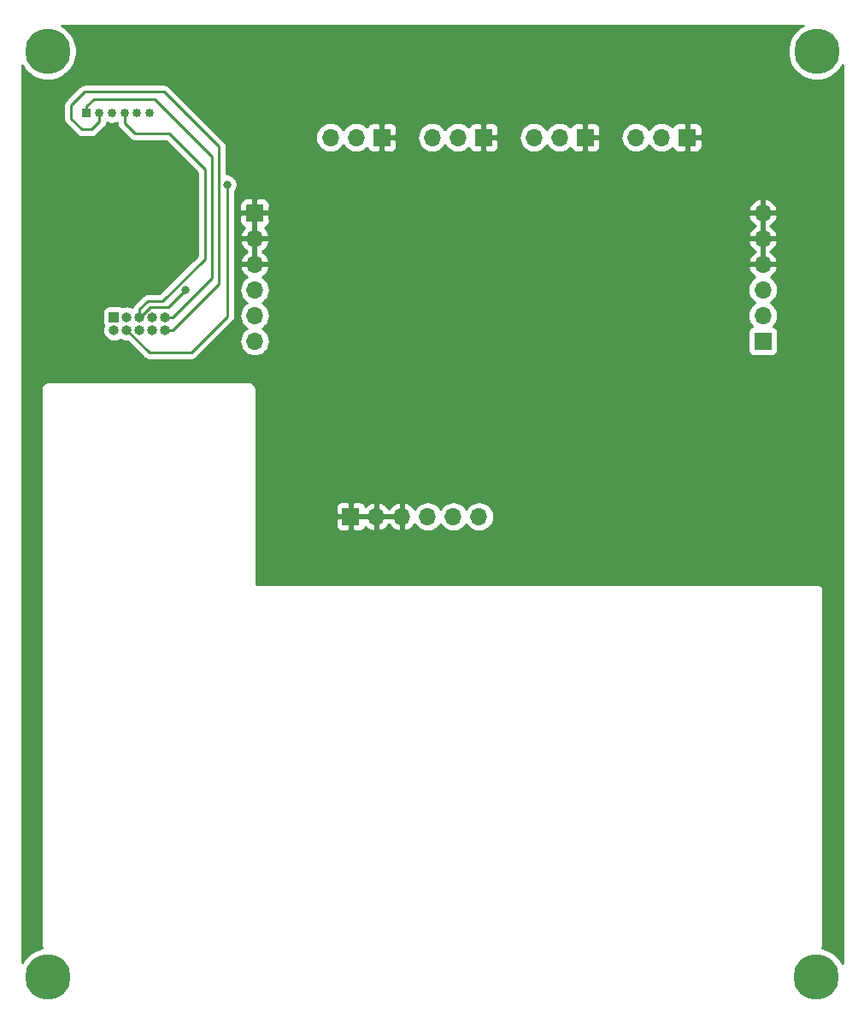
<source format=gbr>
G04 #@! TF.GenerationSoftware,KiCad,Pcbnew,(5.1.2)-2*
G04 #@! TF.CreationDate,2021-11-10T11:22:02-03:00*
G04 #@! TF.ProjectId,MAG_Plus,4d41475f-506c-4757-932e-6b696361645f,rev?*
G04 #@! TF.SameCoordinates,Original*
G04 #@! TF.FileFunction,Copper,L2,Bot*
G04 #@! TF.FilePolarity,Positive*
%FSLAX46Y46*%
G04 Gerber Fmt 4.6, Leading zero omitted, Abs format (unit mm)*
G04 Created by KiCad (PCBNEW (5.1.2)-2) date 2021-11-10 11:22:02*
%MOMM*%
%LPD*%
G04 APERTURE LIST*
%ADD10O,1.000000X1.000000*%
%ADD11R,1.000000X1.000000*%
%ADD12C,4.500000*%
%ADD13C,0.850000*%
%ADD14R,0.850000X0.850000*%
%ADD15R,1.700000X1.700000*%
%ADD16O,1.700000X1.700000*%
%ADD17C,0.800000*%
%ADD18C,0.250000*%
%ADD19C,0.254000*%
G04 APERTURE END LIST*
D10*
X50870000Y-171810000D03*
X50870000Y-170540000D03*
X49600000Y-171810000D03*
X49600000Y-170540000D03*
X48330000Y-171810000D03*
X48330000Y-170540000D03*
X47060000Y-171810000D03*
X47060000Y-170540000D03*
X45790000Y-171810000D03*
D11*
X45790000Y-170540000D03*
D12*
X115400000Y-144220000D03*
X115390000Y-235820000D03*
X39200000Y-144210000D03*
X39200000Y-235830000D03*
D13*
X49330000Y-150350000D03*
X48080000Y-150350000D03*
X46830000Y-150350000D03*
X45580000Y-150350000D03*
X44330000Y-150350000D03*
D14*
X43080000Y-150350000D03*
D15*
X110060000Y-172910000D03*
D16*
X110060000Y-170370000D03*
X110060000Y-167830000D03*
X110060000Y-165290000D03*
X110060000Y-162750000D03*
X110060000Y-160210000D03*
X97490000Y-152740000D03*
X100030000Y-152740000D03*
D15*
X102570000Y-152740000D03*
X92480000Y-152740000D03*
D16*
X89940000Y-152740000D03*
X87400000Y-152740000D03*
X81930000Y-190270000D03*
X79390000Y-190270000D03*
X76850000Y-190270000D03*
X74310000Y-190270000D03*
X71770000Y-190270000D03*
D15*
X69230000Y-190270000D03*
D16*
X77320000Y-152740000D03*
X79860000Y-152740000D03*
D15*
X82400000Y-152740000D03*
X72320000Y-152740000D03*
D16*
X69780000Y-152740000D03*
X67240000Y-152740000D03*
X59720000Y-172920000D03*
X59720000Y-170380000D03*
X59720000Y-167840000D03*
X59720000Y-165300000D03*
X59720000Y-162760000D03*
D15*
X59720000Y-160220000D03*
D17*
X52849998Y-167840000D03*
X56990018Y-157410000D03*
D18*
X48378998Y-170540000D02*
X48330000Y-170540000D01*
X49368998Y-169550000D02*
X48378998Y-170540000D01*
X52849998Y-167840000D02*
X51139998Y-169550000D01*
X51139998Y-169550000D02*
X49368998Y-169550000D01*
X46830000Y-151350000D02*
X46830000Y-150350000D01*
X47840000Y-152360000D02*
X46830000Y-151350000D01*
X48330000Y-169740000D02*
X49100000Y-168970000D01*
X48330000Y-170540000D02*
X48330000Y-169740000D01*
X49100000Y-168970000D02*
X50590000Y-168970000D01*
X50590000Y-168970000D02*
X54780000Y-164780000D01*
X54780000Y-164780000D02*
X54780000Y-155900000D01*
X51240000Y-152360000D02*
X47840000Y-152360000D01*
X54780000Y-155900000D02*
X51240000Y-152360000D01*
X55480000Y-166637106D02*
X55480000Y-154620000D01*
X51577106Y-170540000D02*
X55480000Y-166637106D01*
X55480000Y-154620000D02*
X49840000Y-148980000D01*
X50870000Y-170540000D02*
X51577106Y-170540000D01*
X43080000Y-149675000D02*
X43080000Y-150350000D01*
X49840000Y-148980000D02*
X43775000Y-148980000D01*
X43775000Y-148980000D02*
X43080000Y-149675000D01*
X42620000Y-151970000D02*
X43560000Y-151970000D01*
X41530000Y-150880000D02*
X42620000Y-151970000D01*
X41530000Y-149590000D02*
X41530000Y-150880000D01*
X51577106Y-171810000D02*
X56140000Y-167247106D01*
X44330000Y-151200000D02*
X44330000Y-150350000D01*
X50870000Y-171810000D02*
X51577106Y-171810000D01*
X56140000Y-153643590D02*
X50736410Y-148240000D01*
X43560000Y-151970000D02*
X44330000Y-151200000D01*
X56140000Y-167247106D02*
X56140000Y-153643590D01*
X50736410Y-148240000D02*
X42880000Y-148240000D01*
X42880000Y-148240000D02*
X41530000Y-149590000D01*
X53430000Y-174020000D02*
X56990018Y-170459982D01*
X56990018Y-170459982D02*
X56990018Y-157975685D01*
X56990018Y-157975685D02*
X56990018Y-157410000D01*
X49270000Y-174020000D02*
X53430000Y-174020000D01*
X47060000Y-171810000D02*
X49270000Y-174020000D01*
D19*
G36*
X114033440Y-141663346D02*
G01*
X113560920Y-141979074D01*
X113159074Y-142380920D01*
X112843346Y-142853440D01*
X112625869Y-143378477D01*
X112515000Y-143935852D01*
X112515000Y-144504148D01*
X112625869Y-145061523D01*
X112843346Y-145586560D01*
X113159074Y-146059080D01*
X113560920Y-146460926D01*
X114033440Y-146776654D01*
X114558477Y-146994131D01*
X115115852Y-147105000D01*
X115684148Y-147105000D01*
X116241523Y-146994131D01*
X116766560Y-146776654D01*
X117239080Y-146460926D01*
X117640926Y-146059080D01*
X117940000Y-145611484D01*
X117940001Y-234443483D01*
X117630926Y-233980920D01*
X117229080Y-233579074D01*
X116756560Y-233263346D01*
X116231523Y-233045869D01*
X115929066Y-232985706D01*
X115951319Y-232958607D01*
X115951384Y-232958485D01*
X115951473Y-232958377D01*
X115982132Y-232900999D01*
X116012637Y-232843968D01*
X116012678Y-232843835D01*
X116012743Y-232843712D01*
X116031935Y-232780416D01*
X116050412Y-232719568D01*
X116050425Y-232719435D01*
X116050467Y-232719297D01*
X116057022Y-232652655D01*
X116059990Y-232622607D01*
X116059990Y-232622477D01*
X116063193Y-232589913D01*
X116060009Y-232557624D01*
X116069990Y-197632516D01*
X116073193Y-197600000D01*
X116066612Y-197533184D01*
X116060486Y-197470804D01*
X116060460Y-197470718D01*
X116060450Y-197470617D01*
X116040620Y-197405246D01*
X116022782Y-197346383D01*
X116022739Y-197346302D01*
X116022710Y-197346207D01*
X115990657Y-197286240D01*
X115961530Y-197231709D01*
X115961473Y-197231639D01*
X115961425Y-197231550D01*
X115918375Y-197179094D01*
X115879082Y-197131187D01*
X115879011Y-197131129D01*
X115878948Y-197131052D01*
X115826556Y-197088054D01*
X115778607Y-197048681D01*
X115778527Y-197048638D01*
X115778450Y-197048575D01*
X115719212Y-197016912D01*
X115663968Y-196987363D01*
X115663879Y-196987336D01*
X115663793Y-196987290D01*
X115598835Y-196967585D01*
X115539568Y-196949588D01*
X115539479Y-196949579D01*
X115539383Y-196949550D01*
X115471220Y-196942837D01*
X115410189Y-196936808D01*
X115377685Y-196940000D01*
X59860000Y-196940000D01*
X59860000Y-191120000D01*
X67741928Y-191120000D01*
X67754188Y-191244482D01*
X67790498Y-191364180D01*
X67849463Y-191474494D01*
X67928815Y-191571185D01*
X68025506Y-191650537D01*
X68135820Y-191709502D01*
X68255518Y-191745812D01*
X68380000Y-191758072D01*
X68944250Y-191755000D01*
X69103000Y-191596250D01*
X69103000Y-190397000D01*
X69357000Y-190397000D01*
X69357000Y-191596250D01*
X69515750Y-191755000D01*
X70080000Y-191758072D01*
X70204482Y-191745812D01*
X70324180Y-191709502D01*
X70434494Y-191650537D01*
X70531185Y-191571185D01*
X70610537Y-191474494D01*
X70669502Y-191364180D01*
X70693966Y-191283534D01*
X70769731Y-191367588D01*
X71003080Y-191541641D01*
X71265901Y-191666825D01*
X71413110Y-191711476D01*
X71643000Y-191590155D01*
X71643000Y-190397000D01*
X71897000Y-190397000D01*
X71897000Y-191590155D01*
X72126890Y-191711476D01*
X72274099Y-191666825D01*
X72536920Y-191541641D01*
X72770269Y-191367588D01*
X72965178Y-191151355D01*
X73040000Y-191025745D01*
X73114822Y-191151355D01*
X73309731Y-191367588D01*
X73543080Y-191541641D01*
X73805901Y-191666825D01*
X73953110Y-191711476D01*
X74183000Y-191590155D01*
X74183000Y-190397000D01*
X71897000Y-190397000D01*
X71643000Y-190397000D01*
X69357000Y-190397000D01*
X69103000Y-190397000D01*
X67903750Y-190397000D01*
X67745000Y-190555750D01*
X67741928Y-191120000D01*
X59860000Y-191120000D01*
X59860000Y-189420000D01*
X67741928Y-189420000D01*
X67745000Y-189984250D01*
X67903750Y-190143000D01*
X69103000Y-190143000D01*
X69103000Y-188943750D01*
X69357000Y-188943750D01*
X69357000Y-190143000D01*
X71643000Y-190143000D01*
X71643000Y-188949845D01*
X71897000Y-188949845D01*
X71897000Y-190143000D01*
X74183000Y-190143000D01*
X74183000Y-188949845D01*
X74437000Y-188949845D01*
X74437000Y-190143000D01*
X74457000Y-190143000D01*
X74457000Y-190397000D01*
X74437000Y-190397000D01*
X74437000Y-191590155D01*
X74666890Y-191711476D01*
X74814099Y-191666825D01*
X75076920Y-191541641D01*
X75310269Y-191367588D01*
X75505178Y-191151355D01*
X75574799Y-191034477D01*
X75609294Y-191099014D01*
X75794866Y-191325134D01*
X76020986Y-191510706D01*
X76278966Y-191648599D01*
X76558889Y-191733513D01*
X76777050Y-191755000D01*
X76922950Y-191755000D01*
X77141111Y-191733513D01*
X77421034Y-191648599D01*
X77679014Y-191510706D01*
X77905134Y-191325134D01*
X78090706Y-191099014D01*
X78120000Y-191044209D01*
X78149294Y-191099014D01*
X78334866Y-191325134D01*
X78560986Y-191510706D01*
X78818966Y-191648599D01*
X79098889Y-191733513D01*
X79317050Y-191755000D01*
X79462950Y-191755000D01*
X79681111Y-191733513D01*
X79961034Y-191648599D01*
X80219014Y-191510706D01*
X80445134Y-191325134D01*
X80630706Y-191099014D01*
X80660000Y-191044209D01*
X80689294Y-191099014D01*
X80874866Y-191325134D01*
X81100986Y-191510706D01*
X81358966Y-191648599D01*
X81638889Y-191733513D01*
X81857050Y-191755000D01*
X82002950Y-191755000D01*
X82221111Y-191733513D01*
X82501034Y-191648599D01*
X82759014Y-191510706D01*
X82985134Y-191325134D01*
X83170706Y-191099014D01*
X83308599Y-190841034D01*
X83393513Y-190561111D01*
X83422185Y-190270000D01*
X83393513Y-189978889D01*
X83308599Y-189698966D01*
X83170706Y-189440986D01*
X82985134Y-189214866D01*
X82759014Y-189029294D01*
X82501034Y-188891401D01*
X82221111Y-188806487D01*
X82002950Y-188785000D01*
X81857050Y-188785000D01*
X81638889Y-188806487D01*
X81358966Y-188891401D01*
X81100986Y-189029294D01*
X80874866Y-189214866D01*
X80689294Y-189440986D01*
X80660000Y-189495791D01*
X80630706Y-189440986D01*
X80445134Y-189214866D01*
X80219014Y-189029294D01*
X79961034Y-188891401D01*
X79681111Y-188806487D01*
X79462950Y-188785000D01*
X79317050Y-188785000D01*
X79098889Y-188806487D01*
X78818966Y-188891401D01*
X78560986Y-189029294D01*
X78334866Y-189214866D01*
X78149294Y-189440986D01*
X78120000Y-189495791D01*
X78090706Y-189440986D01*
X77905134Y-189214866D01*
X77679014Y-189029294D01*
X77421034Y-188891401D01*
X77141111Y-188806487D01*
X76922950Y-188785000D01*
X76777050Y-188785000D01*
X76558889Y-188806487D01*
X76278966Y-188891401D01*
X76020986Y-189029294D01*
X75794866Y-189214866D01*
X75609294Y-189440986D01*
X75574799Y-189505523D01*
X75505178Y-189388645D01*
X75310269Y-189172412D01*
X75076920Y-188998359D01*
X74814099Y-188873175D01*
X74666890Y-188828524D01*
X74437000Y-188949845D01*
X74183000Y-188949845D01*
X73953110Y-188828524D01*
X73805901Y-188873175D01*
X73543080Y-188998359D01*
X73309731Y-189172412D01*
X73114822Y-189388645D01*
X73040000Y-189514255D01*
X72965178Y-189388645D01*
X72770269Y-189172412D01*
X72536920Y-188998359D01*
X72274099Y-188873175D01*
X72126890Y-188828524D01*
X71897000Y-188949845D01*
X71643000Y-188949845D01*
X71413110Y-188828524D01*
X71265901Y-188873175D01*
X71003080Y-188998359D01*
X70769731Y-189172412D01*
X70693966Y-189256466D01*
X70669502Y-189175820D01*
X70610537Y-189065506D01*
X70531185Y-188968815D01*
X70434494Y-188889463D01*
X70324180Y-188830498D01*
X70204482Y-188794188D01*
X70080000Y-188781928D01*
X69515750Y-188785000D01*
X69357000Y-188943750D01*
X69103000Y-188943750D01*
X68944250Y-188785000D01*
X68380000Y-188781928D01*
X68255518Y-188794188D01*
X68135820Y-188830498D01*
X68025506Y-188889463D01*
X67928815Y-188968815D01*
X67849463Y-189065506D01*
X67790498Y-189175820D01*
X67754188Y-189295518D01*
X67741928Y-189420000D01*
X59860000Y-189420000D01*
X59860000Y-177632419D01*
X59863193Y-177600000D01*
X59850450Y-177470617D01*
X59812710Y-177346207D01*
X59751425Y-177231550D01*
X59668948Y-177131052D01*
X59568450Y-177048575D01*
X59453793Y-176987290D01*
X59329383Y-176949550D01*
X59232419Y-176940000D01*
X59200000Y-176936807D01*
X59167581Y-176940000D01*
X39232419Y-176940000D01*
X39200000Y-176936807D01*
X39167581Y-176940000D01*
X39070617Y-176949550D01*
X38946207Y-176987290D01*
X38831550Y-177048575D01*
X38731052Y-177131052D01*
X38648575Y-177231550D01*
X38587290Y-177346207D01*
X38549550Y-177470617D01*
X38536807Y-177600000D01*
X38540001Y-177632430D01*
X38540000Y-232567634D01*
X38536808Y-232600087D01*
X38542867Y-232661531D01*
X38549550Y-232729382D01*
X38549563Y-232729424D01*
X38549567Y-232729468D01*
X38568099Y-232790528D01*
X38587290Y-232853792D01*
X38587312Y-232853833D01*
X38587324Y-232853873D01*
X38616883Y-232909158D01*
X38648575Y-232968449D01*
X38648604Y-232968484D01*
X38648624Y-232968522D01*
X38669535Y-232993996D01*
X38358477Y-233055869D01*
X37833440Y-233273346D01*
X37360920Y-233589074D01*
X36959074Y-233990920D01*
X36660000Y-234438516D01*
X36660000Y-149590000D01*
X40766324Y-149590000D01*
X40770000Y-149627323D01*
X40770001Y-150842668D01*
X40766324Y-150880000D01*
X40770001Y-150917333D01*
X40780676Y-151025711D01*
X40780998Y-151028985D01*
X40824454Y-151172246D01*
X40895026Y-151304276D01*
X40941908Y-151361401D01*
X40990000Y-151420001D01*
X41018998Y-151443799D01*
X42056201Y-152481003D01*
X42079999Y-152510001D01*
X42195724Y-152604974D01*
X42327753Y-152675546D01*
X42471014Y-152719003D01*
X42582667Y-152730000D01*
X42582675Y-152730000D01*
X42620000Y-152733676D01*
X42657325Y-152730000D01*
X43522678Y-152730000D01*
X43560000Y-152733676D01*
X43597322Y-152730000D01*
X43597333Y-152730000D01*
X43708986Y-152719003D01*
X43852247Y-152675546D01*
X43984276Y-152604974D01*
X44100001Y-152510001D01*
X44123803Y-152480998D01*
X44841009Y-151763794D01*
X44870001Y-151740001D01*
X44893795Y-151711008D01*
X44893799Y-151711004D01*
X44964973Y-151624277D01*
X44964974Y-151624276D01*
X45035546Y-151492247D01*
X45079003Y-151348986D01*
X45084764Y-151290494D01*
X45252588Y-151363560D01*
X45456616Y-151407959D01*
X45665384Y-151411702D01*
X45870870Y-151374644D01*
X46065179Y-151298210D01*
X46070000Y-151295633D01*
X46070000Y-151312677D01*
X46066324Y-151350000D01*
X46070000Y-151387322D01*
X46070000Y-151387332D01*
X46080997Y-151498985D01*
X46107255Y-151585546D01*
X46124454Y-151642246D01*
X46195026Y-151774276D01*
X46213020Y-151796201D01*
X46289999Y-151890001D01*
X46319002Y-151913804D01*
X47276200Y-152871002D01*
X47299999Y-152900001D01*
X47415724Y-152994974D01*
X47547753Y-153065546D01*
X47691014Y-153109003D01*
X47802667Y-153120000D01*
X47802675Y-153120000D01*
X47840000Y-153123676D01*
X47877325Y-153120000D01*
X50925199Y-153120000D01*
X54020001Y-156214803D01*
X54020000Y-164465198D01*
X50275199Y-168210000D01*
X49137322Y-168210000D01*
X49099999Y-168206324D01*
X49062676Y-168210000D01*
X49062667Y-168210000D01*
X48951014Y-168220997D01*
X48807753Y-168264454D01*
X48675724Y-168335026D01*
X48675722Y-168335027D01*
X48675723Y-168335027D01*
X48588996Y-168406201D01*
X48588992Y-168406205D01*
X48559999Y-168429999D01*
X48536205Y-168458992D01*
X47818997Y-169176201D01*
X47790000Y-169199999D01*
X47766202Y-169228997D01*
X47766201Y-169228998D01*
X47695026Y-169315724D01*
X47624454Y-169447754D01*
X47609317Y-169497655D01*
X47596527Y-169539818D01*
X47496447Y-169486324D01*
X47282499Y-169421423D01*
X47115752Y-169405000D01*
X47004248Y-169405000D01*
X46837501Y-169421423D01*
X46623553Y-169486324D01*
X46612379Y-169492297D01*
X46534180Y-169450498D01*
X46414482Y-169414188D01*
X46290000Y-169401928D01*
X45290000Y-169401928D01*
X45165518Y-169414188D01*
X45045820Y-169450498D01*
X44935506Y-169509463D01*
X44838815Y-169588815D01*
X44759463Y-169685506D01*
X44700498Y-169795820D01*
X44664188Y-169915518D01*
X44651928Y-170040000D01*
X44651928Y-171040000D01*
X44664188Y-171164482D01*
X44700498Y-171284180D01*
X44742297Y-171362379D01*
X44736324Y-171373553D01*
X44671423Y-171587501D01*
X44649509Y-171810000D01*
X44671423Y-172032499D01*
X44736324Y-172246447D01*
X44841716Y-172443623D01*
X44983551Y-172616449D01*
X45156377Y-172758284D01*
X45353553Y-172863676D01*
X45567501Y-172928577D01*
X45734248Y-172945000D01*
X45845752Y-172945000D01*
X46012499Y-172928577D01*
X46226447Y-172863676D01*
X46423623Y-172758284D01*
X46425000Y-172757154D01*
X46426377Y-172758284D01*
X46623553Y-172863676D01*
X46837501Y-172928577D01*
X47004248Y-172945000D01*
X47115752Y-172945000D01*
X47119800Y-172944601D01*
X48706201Y-174531003D01*
X48729999Y-174560001D01*
X48758997Y-174583799D01*
X48845723Y-174654974D01*
X48977753Y-174725546D01*
X49121014Y-174769003D01*
X49232667Y-174780000D01*
X49232677Y-174780000D01*
X49270000Y-174783676D01*
X49307323Y-174780000D01*
X53392678Y-174780000D01*
X53430000Y-174783676D01*
X53467322Y-174780000D01*
X53467333Y-174780000D01*
X53578986Y-174769003D01*
X53722247Y-174725546D01*
X53854276Y-174654974D01*
X53970001Y-174560001D01*
X53993804Y-174530997D01*
X57501022Y-171023780D01*
X57530019Y-170999983D01*
X57624992Y-170884258D01*
X57695564Y-170752229D01*
X57739021Y-170608968D01*
X57750018Y-170497315D01*
X57750018Y-170497307D01*
X57753694Y-170459982D01*
X57750018Y-170422657D01*
X57750018Y-167840000D01*
X58227815Y-167840000D01*
X58256487Y-168131111D01*
X58341401Y-168411034D01*
X58479294Y-168669014D01*
X58664866Y-168895134D01*
X58890986Y-169080706D01*
X58945791Y-169110000D01*
X58890986Y-169139294D01*
X58664866Y-169324866D01*
X58479294Y-169550986D01*
X58341401Y-169808966D01*
X58256487Y-170088889D01*
X58227815Y-170380000D01*
X58256487Y-170671111D01*
X58341401Y-170951034D01*
X58479294Y-171209014D01*
X58664866Y-171435134D01*
X58890986Y-171620706D01*
X58945791Y-171650000D01*
X58890986Y-171679294D01*
X58664866Y-171864866D01*
X58479294Y-172090986D01*
X58341401Y-172348966D01*
X58256487Y-172628889D01*
X58227815Y-172920000D01*
X58256487Y-173211111D01*
X58341401Y-173491034D01*
X58479294Y-173749014D01*
X58664866Y-173975134D01*
X58890986Y-174160706D01*
X59148966Y-174298599D01*
X59428889Y-174383513D01*
X59647050Y-174405000D01*
X59792950Y-174405000D01*
X60011111Y-174383513D01*
X60291034Y-174298599D01*
X60549014Y-174160706D01*
X60775134Y-173975134D01*
X60960706Y-173749014D01*
X61098599Y-173491034D01*
X61183513Y-173211111D01*
X61212185Y-172920000D01*
X61183513Y-172628889D01*
X61098599Y-172348966D01*
X60960706Y-172090986D01*
X60775134Y-171864866D01*
X60549014Y-171679294D01*
X60494209Y-171650000D01*
X60549014Y-171620706D01*
X60775134Y-171435134D01*
X60960706Y-171209014D01*
X61098599Y-170951034D01*
X61183513Y-170671111D01*
X61212185Y-170380000D01*
X61183513Y-170088889D01*
X61098599Y-169808966D01*
X60960706Y-169550986D01*
X60775134Y-169324866D01*
X60549014Y-169139294D01*
X60494209Y-169110000D01*
X60549014Y-169080706D01*
X60775134Y-168895134D01*
X60960706Y-168669014D01*
X61098599Y-168411034D01*
X61183513Y-168131111D01*
X61212185Y-167840000D01*
X61211201Y-167830000D01*
X108567815Y-167830000D01*
X108596487Y-168121111D01*
X108681401Y-168401034D01*
X108819294Y-168659014D01*
X109004866Y-168885134D01*
X109230986Y-169070706D01*
X109285791Y-169100000D01*
X109230986Y-169129294D01*
X109004866Y-169314866D01*
X108819294Y-169540986D01*
X108681401Y-169798966D01*
X108596487Y-170078889D01*
X108567815Y-170370000D01*
X108596487Y-170661111D01*
X108681401Y-170941034D01*
X108819294Y-171199014D01*
X109004866Y-171425134D01*
X109034687Y-171449607D01*
X108965820Y-171470498D01*
X108855506Y-171529463D01*
X108758815Y-171608815D01*
X108679463Y-171705506D01*
X108620498Y-171815820D01*
X108584188Y-171935518D01*
X108571928Y-172060000D01*
X108571928Y-173760000D01*
X108584188Y-173884482D01*
X108620498Y-174004180D01*
X108679463Y-174114494D01*
X108758815Y-174211185D01*
X108855506Y-174290537D01*
X108965820Y-174349502D01*
X109085518Y-174385812D01*
X109210000Y-174398072D01*
X110910000Y-174398072D01*
X111034482Y-174385812D01*
X111154180Y-174349502D01*
X111264494Y-174290537D01*
X111361185Y-174211185D01*
X111440537Y-174114494D01*
X111499502Y-174004180D01*
X111535812Y-173884482D01*
X111548072Y-173760000D01*
X111548072Y-172060000D01*
X111535812Y-171935518D01*
X111499502Y-171815820D01*
X111440537Y-171705506D01*
X111361185Y-171608815D01*
X111264494Y-171529463D01*
X111154180Y-171470498D01*
X111085313Y-171449607D01*
X111115134Y-171425134D01*
X111300706Y-171199014D01*
X111438599Y-170941034D01*
X111523513Y-170661111D01*
X111552185Y-170370000D01*
X111523513Y-170078889D01*
X111438599Y-169798966D01*
X111300706Y-169540986D01*
X111115134Y-169314866D01*
X110889014Y-169129294D01*
X110834209Y-169100000D01*
X110889014Y-169070706D01*
X111115134Y-168885134D01*
X111300706Y-168659014D01*
X111438599Y-168401034D01*
X111523513Y-168121111D01*
X111552185Y-167830000D01*
X111523513Y-167538889D01*
X111438599Y-167258966D01*
X111300706Y-167000986D01*
X111115134Y-166774866D01*
X110889014Y-166589294D01*
X110824477Y-166554799D01*
X110941355Y-166485178D01*
X111157588Y-166290269D01*
X111331641Y-166056920D01*
X111456825Y-165794099D01*
X111501476Y-165646890D01*
X111380155Y-165417000D01*
X110187000Y-165417000D01*
X110187000Y-165437000D01*
X109933000Y-165437000D01*
X109933000Y-165417000D01*
X108739845Y-165417000D01*
X108618524Y-165646890D01*
X108663175Y-165794099D01*
X108788359Y-166056920D01*
X108962412Y-166290269D01*
X109178645Y-166485178D01*
X109295523Y-166554799D01*
X109230986Y-166589294D01*
X109004866Y-166774866D01*
X108819294Y-167000986D01*
X108681401Y-167258966D01*
X108596487Y-167538889D01*
X108567815Y-167830000D01*
X61211201Y-167830000D01*
X61183513Y-167548889D01*
X61098599Y-167268966D01*
X60960706Y-167010986D01*
X60775134Y-166784866D01*
X60549014Y-166599294D01*
X60484477Y-166564799D01*
X60601355Y-166495178D01*
X60817588Y-166300269D01*
X60991641Y-166066920D01*
X61116825Y-165804099D01*
X61161476Y-165656890D01*
X61040155Y-165427000D01*
X59847000Y-165427000D01*
X59847000Y-165447000D01*
X59593000Y-165447000D01*
X59593000Y-165427000D01*
X58399845Y-165427000D01*
X58278524Y-165656890D01*
X58323175Y-165804099D01*
X58448359Y-166066920D01*
X58622412Y-166300269D01*
X58838645Y-166495178D01*
X58955523Y-166564799D01*
X58890986Y-166599294D01*
X58664866Y-166784866D01*
X58479294Y-167010986D01*
X58341401Y-167268966D01*
X58256487Y-167548889D01*
X58227815Y-167840000D01*
X57750018Y-167840000D01*
X57750018Y-163116890D01*
X58278524Y-163116890D01*
X58323175Y-163264099D01*
X58448359Y-163526920D01*
X58622412Y-163760269D01*
X58838645Y-163955178D01*
X58964255Y-164030000D01*
X58838645Y-164104822D01*
X58622412Y-164299731D01*
X58448359Y-164533080D01*
X58323175Y-164795901D01*
X58278524Y-164943110D01*
X58399845Y-165173000D01*
X59593000Y-165173000D01*
X59593000Y-162887000D01*
X59847000Y-162887000D01*
X59847000Y-165173000D01*
X61040155Y-165173000D01*
X61161476Y-164943110D01*
X61116825Y-164795901D01*
X60991641Y-164533080D01*
X60817588Y-164299731D01*
X60601355Y-164104822D01*
X60475745Y-164030000D01*
X60601355Y-163955178D01*
X60817588Y-163760269D01*
X60991641Y-163526920D01*
X61116825Y-163264099D01*
X61161476Y-163116890D01*
X61156199Y-163106890D01*
X108618524Y-163106890D01*
X108663175Y-163254099D01*
X108788359Y-163516920D01*
X108962412Y-163750269D01*
X109178645Y-163945178D01*
X109304255Y-164020000D01*
X109178645Y-164094822D01*
X108962412Y-164289731D01*
X108788359Y-164523080D01*
X108663175Y-164785901D01*
X108618524Y-164933110D01*
X108739845Y-165163000D01*
X109933000Y-165163000D01*
X109933000Y-162877000D01*
X110187000Y-162877000D01*
X110187000Y-165163000D01*
X111380155Y-165163000D01*
X111501476Y-164933110D01*
X111456825Y-164785901D01*
X111331641Y-164523080D01*
X111157588Y-164289731D01*
X110941355Y-164094822D01*
X110815745Y-164020000D01*
X110941355Y-163945178D01*
X111157588Y-163750269D01*
X111331641Y-163516920D01*
X111456825Y-163254099D01*
X111501476Y-163106890D01*
X111380155Y-162877000D01*
X110187000Y-162877000D01*
X109933000Y-162877000D01*
X108739845Y-162877000D01*
X108618524Y-163106890D01*
X61156199Y-163106890D01*
X61040155Y-162887000D01*
X59847000Y-162887000D01*
X59593000Y-162887000D01*
X58399845Y-162887000D01*
X58278524Y-163116890D01*
X57750018Y-163116890D01*
X57750018Y-161070000D01*
X58231928Y-161070000D01*
X58244188Y-161194482D01*
X58280498Y-161314180D01*
X58339463Y-161424494D01*
X58418815Y-161521185D01*
X58515506Y-161600537D01*
X58625820Y-161659502D01*
X58706466Y-161683966D01*
X58622412Y-161759731D01*
X58448359Y-161993080D01*
X58323175Y-162255901D01*
X58278524Y-162403110D01*
X58399845Y-162633000D01*
X59593000Y-162633000D01*
X59593000Y-160347000D01*
X59847000Y-160347000D01*
X59847000Y-162633000D01*
X61040155Y-162633000D01*
X61161476Y-162403110D01*
X61116825Y-162255901D01*
X60991641Y-161993080D01*
X60817588Y-161759731D01*
X60733534Y-161683966D01*
X60814180Y-161659502D01*
X60924494Y-161600537D01*
X61021185Y-161521185D01*
X61100537Y-161424494D01*
X61159502Y-161314180D01*
X61195812Y-161194482D01*
X61208072Y-161070000D01*
X61205333Y-160566890D01*
X108618524Y-160566890D01*
X108663175Y-160714099D01*
X108788359Y-160976920D01*
X108962412Y-161210269D01*
X109178645Y-161405178D01*
X109304255Y-161480000D01*
X109178645Y-161554822D01*
X108962412Y-161749731D01*
X108788359Y-161983080D01*
X108663175Y-162245901D01*
X108618524Y-162393110D01*
X108739845Y-162623000D01*
X109933000Y-162623000D01*
X109933000Y-160337000D01*
X110187000Y-160337000D01*
X110187000Y-162623000D01*
X111380155Y-162623000D01*
X111501476Y-162393110D01*
X111456825Y-162245901D01*
X111331641Y-161983080D01*
X111157588Y-161749731D01*
X110941355Y-161554822D01*
X110815745Y-161480000D01*
X110941355Y-161405178D01*
X111157588Y-161210269D01*
X111331641Y-160976920D01*
X111456825Y-160714099D01*
X111501476Y-160566890D01*
X111380155Y-160337000D01*
X110187000Y-160337000D01*
X109933000Y-160337000D01*
X108739845Y-160337000D01*
X108618524Y-160566890D01*
X61205333Y-160566890D01*
X61205000Y-160505750D01*
X61046250Y-160347000D01*
X59847000Y-160347000D01*
X59593000Y-160347000D01*
X58393750Y-160347000D01*
X58235000Y-160505750D01*
X58231928Y-161070000D01*
X57750018Y-161070000D01*
X57750018Y-159370000D01*
X58231928Y-159370000D01*
X58235000Y-159934250D01*
X58393750Y-160093000D01*
X59593000Y-160093000D01*
X59593000Y-158893750D01*
X59847000Y-158893750D01*
X59847000Y-160093000D01*
X61046250Y-160093000D01*
X61205000Y-159934250D01*
X61205441Y-159853110D01*
X108618524Y-159853110D01*
X108739845Y-160083000D01*
X109933000Y-160083000D01*
X109933000Y-158889186D01*
X110187000Y-158889186D01*
X110187000Y-160083000D01*
X111380155Y-160083000D01*
X111501476Y-159853110D01*
X111456825Y-159705901D01*
X111331641Y-159443080D01*
X111157588Y-159209731D01*
X110941355Y-159014822D01*
X110691252Y-158865843D01*
X110416891Y-158768519D01*
X110187000Y-158889186D01*
X109933000Y-158889186D01*
X109703109Y-158768519D01*
X109428748Y-158865843D01*
X109178645Y-159014822D01*
X108962412Y-159209731D01*
X108788359Y-159443080D01*
X108663175Y-159705901D01*
X108618524Y-159853110D01*
X61205441Y-159853110D01*
X61208072Y-159370000D01*
X61195812Y-159245518D01*
X61159502Y-159125820D01*
X61100537Y-159015506D01*
X61021185Y-158918815D01*
X60924494Y-158839463D01*
X60814180Y-158780498D01*
X60694482Y-158744188D01*
X60570000Y-158731928D01*
X60005750Y-158735000D01*
X59847000Y-158893750D01*
X59593000Y-158893750D01*
X59434250Y-158735000D01*
X58870000Y-158731928D01*
X58745518Y-158744188D01*
X58625820Y-158780498D01*
X58515506Y-158839463D01*
X58418815Y-158918815D01*
X58339463Y-159015506D01*
X58280498Y-159125820D01*
X58244188Y-159245518D01*
X58231928Y-159370000D01*
X57750018Y-159370000D01*
X57750018Y-158113711D01*
X57793955Y-158069774D01*
X57907223Y-157900256D01*
X57985244Y-157711898D01*
X58025018Y-157511939D01*
X58025018Y-157308061D01*
X57985244Y-157108102D01*
X57907223Y-156919744D01*
X57793955Y-156750226D01*
X57649792Y-156606063D01*
X57480274Y-156492795D01*
X57291916Y-156414774D01*
X57091957Y-156375000D01*
X56900000Y-156375000D01*
X56900000Y-153680912D01*
X56903676Y-153643589D01*
X56900000Y-153606266D01*
X56900000Y-153606257D01*
X56889003Y-153494604D01*
X56845546Y-153351343D01*
X56774974Y-153219314D01*
X56680001Y-153103589D01*
X56651003Y-153079791D01*
X56311212Y-152740000D01*
X65747815Y-152740000D01*
X65776487Y-153031111D01*
X65861401Y-153311034D01*
X65999294Y-153569014D01*
X66184866Y-153795134D01*
X66410986Y-153980706D01*
X66668966Y-154118599D01*
X66948889Y-154203513D01*
X67167050Y-154225000D01*
X67312950Y-154225000D01*
X67531111Y-154203513D01*
X67811034Y-154118599D01*
X68069014Y-153980706D01*
X68295134Y-153795134D01*
X68480706Y-153569014D01*
X68510000Y-153514209D01*
X68539294Y-153569014D01*
X68724866Y-153795134D01*
X68950986Y-153980706D01*
X69208966Y-154118599D01*
X69488889Y-154203513D01*
X69707050Y-154225000D01*
X69852950Y-154225000D01*
X70071111Y-154203513D01*
X70351034Y-154118599D01*
X70609014Y-153980706D01*
X70835134Y-153795134D01*
X70859607Y-153765313D01*
X70880498Y-153834180D01*
X70939463Y-153944494D01*
X71018815Y-154041185D01*
X71115506Y-154120537D01*
X71225820Y-154179502D01*
X71345518Y-154215812D01*
X71470000Y-154228072D01*
X72034250Y-154225000D01*
X72193000Y-154066250D01*
X72193000Y-152867000D01*
X72447000Y-152867000D01*
X72447000Y-154066250D01*
X72605750Y-154225000D01*
X73170000Y-154228072D01*
X73294482Y-154215812D01*
X73414180Y-154179502D01*
X73524494Y-154120537D01*
X73621185Y-154041185D01*
X73700537Y-153944494D01*
X73759502Y-153834180D01*
X73795812Y-153714482D01*
X73808072Y-153590000D01*
X73805000Y-153025750D01*
X73646250Y-152867000D01*
X72447000Y-152867000D01*
X72193000Y-152867000D01*
X72173000Y-152867000D01*
X72173000Y-152740000D01*
X75827815Y-152740000D01*
X75856487Y-153031111D01*
X75941401Y-153311034D01*
X76079294Y-153569014D01*
X76264866Y-153795134D01*
X76490986Y-153980706D01*
X76748966Y-154118599D01*
X77028889Y-154203513D01*
X77247050Y-154225000D01*
X77392950Y-154225000D01*
X77611111Y-154203513D01*
X77891034Y-154118599D01*
X78149014Y-153980706D01*
X78375134Y-153795134D01*
X78560706Y-153569014D01*
X78590000Y-153514209D01*
X78619294Y-153569014D01*
X78804866Y-153795134D01*
X79030986Y-153980706D01*
X79288966Y-154118599D01*
X79568889Y-154203513D01*
X79787050Y-154225000D01*
X79932950Y-154225000D01*
X80151111Y-154203513D01*
X80431034Y-154118599D01*
X80689014Y-153980706D01*
X80915134Y-153795134D01*
X80939607Y-153765313D01*
X80960498Y-153834180D01*
X81019463Y-153944494D01*
X81098815Y-154041185D01*
X81195506Y-154120537D01*
X81305820Y-154179502D01*
X81425518Y-154215812D01*
X81550000Y-154228072D01*
X82114250Y-154225000D01*
X82273000Y-154066250D01*
X82273000Y-152867000D01*
X82527000Y-152867000D01*
X82527000Y-154066250D01*
X82685750Y-154225000D01*
X83250000Y-154228072D01*
X83374482Y-154215812D01*
X83494180Y-154179502D01*
X83604494Y-154120537D01*
X83701185Y-154041185D01*
X83780537Y-153944494D01*
X83839502Y-153834180D01*
X83875812Y-153714482D01*
X83888072Y-153590000D01*
X83885000Y-153025750D01*
X83726250Y-152867000D01*
X82527000Y-152867000D01*
X82273000Y-152867000D01*
X82253000Y-152867000D01*
X82253000Y-152740000D01*
X85907815Y-152740000D01*
X85936487Y-153031111D01*
X86021401Y-153311034D01*
X86159294Y-153569014D01*
X86344866Y-153795134D01*
X86570986Y-153980706D01*
X86828966Y-154118599D01*
X87108889Y-154203513D01*
X87327050Y-154225000D01*
X87472950Y-154225000D01*
X87691111Y-154203513D01*
X87971034Y-154118599D01*
X88229014Y-153980706D01*
X88455134Y-153795134D01*
X88640706Y-153569014D01*
X88670000Y-153514209D01*
X88699294Y-153569014D01*
X88884866Y-153795134D01*
X89110986Y-153980706D01*
X89368966Y-154118599D01*
X89648889Y-154203513D01*
X89867050Y-154225000D01*
X90012950Y-154225000D01*
X90231111Y-154203513D01*
X90511034Y-154118599D01*
X90769014Y-153980706D01*
X90995134Y-153795134D01*
X91019607Y-153765313D01*
X91040498Y-153834180D01*
X91099463Y-153944494D01*
X91178815Y-154041185D01*
X91275506Y-154120537D01*
X91385820Y-154179502D01*
X91505518Y-154215812D01*
X91630000Y-154228072D01*
X92194250Y-154225000D01*
X92353000Y-154066250D01*
X92353000Y-152867000D01*
X92607000Y-152867000D01*
X92607000Y-154066250D01*
X92765750Y-154225000D01*
X93330000Y-154228072D01*
X93454482Y-154215812D01*
X93574180Y-154179502D01*
X93684494Y-154120537D01*
X93781185Y-154041185D01*
X93860537Y-153944494D01*
X93919502Y-153834180D01*
X93955812Y-153714482D01*
X93968072Y-153590000D01*
X93965000Y-153025750D01*
X93806250Y-152867000D01*
X92607000Y-152867000D01*
X92353000Y-152867000D01*
X92333000Y-152867000D01*
X92333000Y-152740000D01*
X95997815Y-152740000D01*
X96026487Y-153031111D01*
X96111401Y-153311034D01*
X96249294Y-153569014D01*
X96434866Y-153795134D01*
X96660986Y-153980706D01*
X96918966Y-154118599D01*
X97198889Y-154203513D01*
X97417050Y-154225000D01*
X97562950Y-154225000D01*
X97781111Y-154203513D01*
X98061034Y-154118599D01*
X98319014Y-153980706D01*
X98545134Y-153795134D01*
X98730706Y-153569014D01*
X98760000Y-153514209D01*
X98789294Y-153569014D01*
X98974866Y-153795134D01*
X99200986Y-153980706D01*
X99458966Y-154118599D01*
X99738889Y-154203513D01*
X99957050Y-154225000D01*
X100102950Y-154225000D01*
X100321111Y-154203513D01*
X100601034Y-154118599D01*
X100859014Y-153980706D01*
X101085134Y-153795134D01*
X101109607Y-153765313D01*
X101130498Y-153834180D01*
X101189463Y-153944494D01*
X101268815Y-154041185D01*
X101365506Y-154120537D01*
X101475820Y-154179502D01*
X101595518Y-154215812D01*
X101720000Y-154228072D01*
X102284250Y-154225000D01*
X102443000Y-154066250D01*
X102443000Y-152867000D01*
X102697000Y-152867000D01*
X102697000Y-154066250D01*
X102855750Y-154225000D01*
X103420000Y-154228072D01*
X103544482Y-154215812D01*
X103664180Y-154179502D01*
X103774494Y-154120537D01*
X103871185Y-154041185D01*
X103950537Y-153944494D01*
X104009502Y-153834180D01*
X104045812Y-153714482D01*
X104058072Y-153590000D01*
X104055000Y-153025750D01*
X103896250Y-152867000D01*
X102697000Y-152867000D01*
X102443000Y-152867000D01*
X102423000Y-152867000D01*
X102423000Y-152613000D01*
X102443000Y-152613000D01*
X102443000Y-151413750D01*
X102697000Y-151413750D01*
X102697000Y-152613000D01*
X103896250Y-152613000D01*
X104055000Y-152454250D01*
X104058072Y-151890000D01*
X104045812Y-151765518D01*
X104009502Y-151645820D01*
X103950537Y-151535506D01*
X103871185Y-151438815D01*
X103774494Y-151359463D01*
X103664180Y-151300498D01*
X103544482Y-151264188D01*
X103420000Y-151251928D01*
X102855750Y-151255000D01*
X102697000Y-151413750D01*
X102443000Y-151413750D01*
X102284250Y-151255000D01*
X101720000Y-151251928D01*
X101595518Y-151264188D01*
X101475820Y-151300498D01*
X101365506Y-151359463D01*
X101268815Y-151438815D01*
X101189463Y-151535506D01*
X101130498Y-151645820D01*
X101109607Y-151714687D01*
X101085134Y-151684866D01*
X100859014Y-151499294D01*
X100601034Y-151361401D01*
X100321111Y-151276487D01*
X100102950Y-151255000D01*
X99957050Y-151255000D01*
X99738889Y-151276487D01*
X99458966Y-151361401D01*
X99200986Y-151499294D01*
X98974866Y-151684866D01*
X98789294Y-151910986D01*
X98760000Y-151965791D01*
X98730706Y-151910986D01*
X98545134Y-151684866D01*
X98319014Y-151499294D01*
X98061034Y-151361401D01*
X97781111Y-151276487D01*
X97562950Y-151255000D01*
X97417050Y-151255000D01*
X97198889Y-151276487D01*
X96918966Y-151361401D01*
X96660986Y-151499294D01*
X96434866Y-151684866D01*
X96249294Y-151910986D01*
X96111401Y-152168966D01*
X96026487Y-152448889D01*
X95997815Y-152740000D01*
X92333000Y-152740000D01*
X92333000Y-152613000D01*
X92353000Y-152613000D01*
X92353000Y-151413750D01*
X92607000Y-151413750D01*
X92607000Y-152613000D01*
X93806250Y-152613000D01*
X93965000Y-152454250D01*
X93968072Y-151890000D01*
X93955812Y-151765518D01*
X93919502Y-151645820D01*
X93860537Y-151535506D01*
X93781185Y-151438815D01*
X93684494Y-151359463D01*
X93574180Y-151300498D01*
X93454482Y-151264188D01*
X93330000Y-151251928D01*
X92765750Y-151255000D01*
X92607000Y-151413750D01*
X92353000Y-151413750D01*
X92194250Y-151255000D01*
X91630000Y-151251928D01*
X91505518Y-151264188D01*
X91385820Y-151300498D01*
X91275506Y-151359463D01*
X91178815Y-151438815D01*
X91099463Y-151535506D01*
X91040498Y-151645820D01*
X91019607Y-151714687D01*
X90995134Y-151684866D01*
X90769014Y-151499294D01*
X90511034Y-151361401D01*
X90231111Y-151276487D01*
X90012950Y-151255000D01*
X89867050Y-151255000D01*
X89648889Y-151276487D01*
X89368966Y-151361401D01*
X89110986Y-151499294D01*
X88884866Y-151684866D01*
X88699294Y-151910986D01*
X88670000Y-151965791D01*
X88640706Y-151910986D01*
X88455134Y-151684866D01*
X88229014Y-151499294D01*
X87971034Y-151361401D01*
X87691111Y-151276487D01*
X87472950Y-151255000D01*
X87327050Y-151255000D01*
X87108889Y-151276487D01*
X86828966Y-151361401D01*
X86570986Y-151499294D01*
X86344866Y-151684866D01*
X86159294Y-151910986D01*
X86021401Y-152168966D01*
X85936487Y-152448889D01*
X85907815Y-152740000D01*
X82253000Y-152740000D01*
X82253000Y-152613000D01*
X82273000Y-152613000D01*
X82273000Y-151413750D01*
X82527000Y-151413750D01*
X82527000Y-152613000D01*
X83726250Y-152613000D01*
X83885000Y-152454250D01*
X83888072Y-151890000D01*
X83875812Y-151765518D01*
X83839502Y-151645820D01*
X83780537Y-151535506D01*
X83701185Y-151438815D01*
X83604494Y-151359463D01*
X83494180Y-151300498D01*
X83374482Y-151264188D01*
X83250000Y-151251928D01*
X82685750Y-151255000D01*
X82527000Y-151413750D01*
X82273000Y-151413750D01*
X82114250Y-151255000D01*
X81550000Y-151251928D01*
X81425518Y-151264188D01*
X81305820Y-151300498D01*
X81195506Y-151359463D01*
X81098815Y-151438815D01*
X81019463Y-151535506D01*
X80960498Y-151645820D01*
X80939607Y-151714687D01*
X80915134Y-151684866D01*
X80689014Y-151499294D01*
X80431034Y-151361401D01*
X80151111Y-151276487D01*
X79932950Y-151255000D01*
X79787050Y-151255000D01*
X79568889Y-151276487D01*
X79288966Y-151361401D01*
X79030986Y-151499294D01*
X78804866Y-151684866D01*
X78619294Y-151910986D01*
X78590000Y-151965791D01*
X78560706Y-151910986D01*
X78375134Y-151684866D01*
X78149014Y-151499294D01*
X77891034Y-151361401D01*
X77611111Y-151276487D01*
X77392950Y-151255000D01*
X77247050Y-151255000D01*
X77028889Y-151276487D01*
X76748966Y-151361401D01*
X76490986Y-151499294D01*
X76264866Y-151684866D01*
X76079294Y-151910986D01*
X75941401Y-152168966D01*
X75856487Y-152448889D01*
X75827815Y-152740000D01*
X72173000Y-152740000D01*
X72173000Y-152613000D01*
X72193000Y-152613000D01*
X72193000Y-151413750D01*
X72447000Y-151413750D01*
X72447000Y-152613000D01*
X73646250Y-152613000D01*
X73805000Y-152454250D01*
X73808072Y-151890000D01*
X73795812Y-151765518D01*
X73759502Y-151645820D01*
X73700537Y-151535506D01*
X73621185Y-151438815D01*
X73524494Y-151359463D01*
X73414180Y-151300498D01*
X73294482Y-151264188D01*
X73170000Y-151251928D01*
X72605750Y-151255000D01*
X72447000Y-151413750D01*
X72193000Y-151413750D01*
X72034250Y-151255000D01*
X71470000Y-151251928D01*
X71345518Y-151264188D01*
X71225820Y-151300498D01*
X71115506Y-151359463D01*
X71018815Y-151438815D01*
X70939463Y-151535506D01*
X70880498Y-151645820D01*
X70859607Y-151714687D01*
X70835134Y-151684866D01*
X70609014Y-151499294D01*
X70351034Y-151361401D01*
X70071111Y-151276487D01*
X69852950Y-151255000D01*
X69707050Y-151255000D01*
X69488889Y-151276487D01*
X69208966Y-151361401D01*
X68950986Y-151499294D01*
X68724866Y-151684866D01*
X68539294Y-151910986D01*
X68510000Y-151965791D01*
X68480706Y-151910986D01*
X68295134Y-151684866D01*
X68069014Y-151499294D01*
X67811034Y-151361401D01*
X67531111Y-151276487D01*
X67312950Y-151255000D01*
X67167050Y-151255000D01*
X66948889Y-151276487D01*
X66668966Y-151361401D01*
X66410986Y-151499294D01*
X66184866Y-151684866D01*
X65999294Y-151910986D01*
X65861401Y-152168966D01*
X65776487Y-152448889D01*
X65747815Y-152740000D01*
X56311212Y-152740000D01*
X51300214Y-147729003D01*
X51276411Y-147699999D01*
X51160686Y-147605026D01*
X51028657Y-147534454D01*
X50885396Y-147490997D01*
X50773743Y-147480000D01*
X50773732Y-147480000D01*
X50736410Y-147476324D01*
X50699088Y-147480000D01*
X42917322Y-147480000D01*
X42879999Y-147476324D01*
X42842676Y-147480000D01*
X42842667Y-147480000D01*
X42731014Y-147490997D01*
X42587753Y-147534454D01*
X42455724Y-147605026D01*
X42339999Y-147699999D01*
X42316201Y-147728997D01*
X41019003Y-149026196D01*
X40989999Y-149049999D01*
X40934871Y-149117174D01*
X40895026Y-149165724D01*
X40838088Y-149272247D01*
X40824454Y-149297754D01*
X40780997Y-149441015D01*
X40770000Y-149552668D01*
X40770000Y-149552678D01*
X40766324Y-149590000D01*
X36660000Y-149590000D01*
X36660000Y-145601484D01*
X36959074Y-146049080D01*
X37360920Y-146450926D01*
X37833440Y-146766654D01*
X38358477Y-146984131D01*
X38915852Y-147095000D01*
X39484148Y-147095000D01*
X40041523Y-146984131D01*
X40566560Y-146766654D01*
X41039080Y-146450926D01*
X41440926Y-146049080D01*
X41756654Y-145576560D01*
X41974131Y-145051523D01*
X42085000Y-144494148D01*
X42085000Y-143925852D01*
X41974131Y-143368477D01*
X41756654Y-142843440D01*
X41440926Y-142370920D01*
X41039080Y-141969074D01*
X40576518Y-141660000D01*
X114041518Y-141660000D01*
X114033440Y-141663346D01*
X114033440Y-141663346D01*
G37*
X114033440Y-141663346D02*
X113560920Y-141979074D01*
X113159074Y-142380920D01*
X112843346Y-142853440D01*
X112625869Y-143378477D01*
X112515000Y-143935852D01*
X112515000Y-144504148D01*
X112625869Y-145061523D01*
X112843346Y-145586560D01*
X113159074Y-146059080D01*
X113560920Y-146460926D01*
X114033440Y-146776654D01*
X114558477Y-146994131D01*
X115115852Y-147105000D01*
X115684148Y-147105000D01*
X116241523Y-146994131D01*
X116766560Y-146776654D01*
X117239080Y-146460926D01*
X117640926Y-146059080D01*
X117940000Y-145611484D01*
X117940001Y-234443483D01*
X117630926Y-233980920D01*
X117229080Y-233579074D01*
X116756560Y-233263346D01*
X116231523Y-233045869D01*
X115929066Y-232985706D01*
X115951319Y-232958607D01*
X115951384Y-232958485D01*
X115951473Y-232958377D01*
X115982132Y-232900999D01*
X116012637Y-232843968D01*
X116012678Y-232843835D01*
X116012743Y-232843712D01*
X116031935Y-232780416D01*
X116050412Y-232719568D01*
X116050425Y-232719435D01*
X116050467Y-232719297D01*
X116057022Y-232652655D01*
X116059990Y-232622607D01*
X116059990Y-232622477D01*
X116063193Y-232589913D01*
X116060009Y-232557624D01*
X116069990Y-197632516D01*
X116073193Y-197600000D01*
X116066612Y-197533184D01*
X116060486Y-197470804D01*
X116060460Y-197470718D01*
X116060450Y-197470617D01*
X116040620Y-197405246D01*
X116022782Y-197346383D01*
X116022739Y-197346302D01*
X116022710Y-197346207D01*
X115990657Y-197286240D01*
X115961530Y-197231709D01*
X115961473Y-197231639D01*
X115961425Y-197231550D01*
X115918375Y-197179094D01*
X115879082Y-197131187D01*
X115879011Y-197131129D01*
X115878948Y-197131052D01*
X115826556Y-197088054D01*
X115778607Y-197048681D01*
X115778527Y-197048638D01*
X115778450Y-197048575D01*
X115719212Y-197016912D01*
X115663968Y-196987363D01*
X115663879Y-196987336D01*
X115663793Y-196987290D01*
X115598835Y-196967585D01*
X115539568Y-196949588D01*
X115539479Y-196949579D01*
X115539383Y-196949550D01*
X115471220Y-196942837D01*
X115410189Y-196936808D01*
X115377685Y-196940000D01*
X59860000Y-196940000D01*
X59860000Y-191120000D01*
X67741928Y-191120000D01*
X67754188Y-191244482D01*
X67790498Y-191364180D01*
X67849463Y-191474494D01*
X67928815Y-191571185D01*
X68025506Y-191650537D01*
X68135820Y-191709502D01*
X68255518Y-191745812D01*
X68380000Y-191758072D01*
X68944250Y-191755000D01*
X69103000Y-191596250D01*
X69103000Y-190397000D01*
X69357000Y-190397000D01*
X69357000Y-191596250D01*
X69515750Y-191755000D01*
X70080000Y-191758072D01*
X70204482Y-191745812D01*
X70324180Y-191709502D01*
X70434494Y-191650537D01*
X70531185Y-191571185D01*
X70610537Y-191474494D01*
X70669502Y-191364180D01*
X70693966Y-191283534D01*
X70769731Y-191367588D01*
X71003080Y-191541641D01*
X71265901Y-191666825D01*
X71413110Y-191711476D01*
X71643000Y-191590155D01*
X71643000Y-190397000D01*
X71897000Y-190397000D01*
X71897000Y-191590155D01*
X72126890Y-191711476D01*
X72274099Y-191666825D01*
X72536920Y-191541641D01*
X72770269Y-191367588D01*
X72965178Y-191151355D01*
X73040000Y-191025745D01*
X73114822Y-191151355D01*
X73309731Y-191367588D01*
X73543080Y-191541641D01*
X73805901Y-191666825D01*
X73953110Y-191711476D01*
X74183000Y-191590155D01*
X74183000Y-190397000D01*
X71897000Y-190397000D01*
X71643000Y-190397000D01*
X69357000Y-190397000D01*
X69103000Y-190397000D01*
X67903750Y-190397000D01*
X67745000Y-190555750D01*
X67741928Y-191120000D01*
X59860000Y-191120000D01*
X59860000Y-189420000D01*
X67741928Y-189420000D01*
X67745000Y-189984250D01*
X67903750Y-190143000D01*
X69103000Y-190143000D01*
X69103000Y-188943750D01*
X69357000Y-188943750D01*
X69357000Y-190143000D01*
X71643000Y-190143000D01*
X71643000Y-188949845D01*
X71897000Y-188949845D01*
X71897000Y-190143000D01*
X74183000Y-190143000D01*
X74183000Y-188949845D01*
X74437000Y-188949845D01*
X74437000Y-190143000D01*
X74457000Y-190143000D01*
X74457000Y-190397000D01*
X74437000Y-190397000D01*
X74437000Y-191590155D01*
X74666890Y-191711476D01*
X74814099Y-191666825D01*
X75076920Y-191541641D01*
X75310269Y-191367588D01*
X75505178Y-191151355D01*
X75574799Y-191034477D01*
X75609294Y-191099014D01*
X75794866Y-191325134D01*
X76020986Y-191510706D01*
X76278966Y-191648599D01*
X76558889Y-191733513D01*
X76777050Y-191755000D01*
X76922950Y-191755000D01*
X77141111Y-191733513D01*
X77421034Y-191648599D01*
X77679014Y-191510706D01*
X77905134Y-191325134D01*
X78090706Y-191099014D01*
X78120000Y-191044209D01*
X78149294Y-191099014D01*
X78334866Y-191325134D01*
X78560986Y-191510706D01*
X78818966Y-191648599D01*
X79098889Y-191733513D01*
X79317050Y-191755000D01*
X79462950Y-191755000D01*
X79681111Y-191733513D01*
X79961034Y-191648599D01*
X80219014Y-191510706D01*
X80445134Y-191325134D01*
X80630706Y-191099014D01*
X80660000Y-191044209D01*
X80689294Y-191099014D01*
X80874866Y-191325134D01*
X81100986Y-191510706D01*
X81358966Y-191648599D01*
X81638889Y-191733513D01*
X81857050Y-191755000D01*
X82002950Y-191755000D01*
X82221111Y-191733513D01*
X82501034Y-191648599D01*
X82759014Y-191510706D01*
X82985134Y-191325134D01*
X83170706Y-191099014D01*
X83308599Y-190841034D01*
X83393513Y-190561111D01*
X83422185Y-190270000D01*
X83393513Y-189978889D01*
X83308599Y-189698966D01*
X83170706Y-189440986D01*
X82985134Y-189214866D01*
X82759014Y-189029294D01*
X82501034Y-188891401D01*
X82221111Y-188806487D01*
X82002950Y-188785000D01*
X81857050Y-188785000D01*
X81638889Y-188806487D01*
X81358966Y-188891401D01*
X81100986Y-189029294D01*
X80874866Y-189214866D01*
X80689294Y-189440986D01*
X80660000Y-189495791D01*
X80630706Y-189440986D01*
X80445134Y-189214866D01*
X80219014Y-189029294D01*
X79961034Y-188891401D01*
X79681111Y-188806487D01*
X79462950Y-188785000D01*
X79317050Y-188785000D01*
X79098889Y-188806487D01*
X78818966Y-188891401D01*
X78560986Y-189029294D01*
X78334866Y-189214866D01*
X78149294Y-189440986D01*
X78120000Y-189495791D01*
X78090706Y-189440986D01*
X77905134Y-189214866D01*
X77679014Y-189029294D01*
X77421034Y-188891401D01*
X77141111Y-188806487D01*
X76922950Y-188785000D01*
X76777050Y-188785000D01*
X76558889Y-188806487D01*
X76278966Y-188891401D01*
X76020986Y-189029294D01*
X75794866Y-189214866D01*
X75609294Y-189440986D01*
X75574799Y-189505523D01*
X75505178Y-189388645D01*
X75310269Y-189172412D01*
X75076920Y-188998359D01*
X74814099Y-188873175D01*
X74666890Y-188828524D01*
X74437000Y-188949845D01*
X74183000Y-188949845D01*
X73953110Y-188828524D01*
X73805901Y-188873175D01*
X73543080Y-188998359D01*
X73309731Y-189172412D01*
X73114822Y-189388645D01*
X73040000Y-189514255D01*
X72965178Y-189388645D01*
X72770269Y-189172412D01*
X72536920Y-188998359D01*
X72274099Y-188873175D01*
X72126890Y-188828524D01*
X71897000Y-188949845D01*
X71643000Y-188949845D01*
X71413110Y-188828524D01*
X71265901Y-188873175D01*
X71003080Y-188998359D01*
X70769731Y-189172412D01*
X70693966Y-189256466D01*
X70669502Y-189175820D01*
X70610537Y-189065506D01*
X70531185Y-188968815D01*
X70434494Y-188889463D01*
X70324180Y-188830498D01*
X70204482Y-188794188D01*
X70080000Y-188781928D01*
X69515750Y-188785000D01*
X69357000Y-188943750D01*
X69103000Y-188943750D01*
X68944250Y-188785000D01*
X68380000Y-188781928D01*
X68255518Y-188794188D01*
X68135820Y-188830498D01*
X68025506Y-188889463D01*
X67928815Y-188968815D01*
X67849463Y-189065506D01*
X67790498Y-189175820D01*
X67754188Y-189295518D01*
X67741928Y-189420000D01*
X59860000Y-189420000D01*
X59860000Y-177632419D01*
X59863193Y-177600000D01*
X59850450Y-177470617D01*
X59812710Y-177346207D01*
X59751425Y-177231550D01*
X59668948Y-177131052D01*
X59568450Y-177048575D01*
X59453793Y-176987290D01*
X59329383Y-176949550D01*
X59232419Y-176940000D01*
X59200000Y-176936807D01*
X59167581Y-176940000D01*
X39232419Y-176940000D01*
X39200000Y-176936807D01*
X39167581Y-176940000D01*
X39070617Y-176949550D01*
X38946207Y-176987290D01*
X38831550Y-177048575D01*
X38731052Y-177131052D01*
X38648575Y-177231550D01*
X38587290Y-177346207D01*
X38549550Y-177470617D01*
X38536807Y-177600000D01*
X38540001Y-177632430D01*
X38540000Y-232567634D01*
X38536808Y-232600087D01*
X38542867Y-232661531D01*
X38549550Y-232729382D01*
X38549563Y-232729424D01*
X38549567Y-232729468D01*
X38568099Y-232790528D01*
X38587290Y-232853792D01*
X38587312Y-232853833D01*
X38587324Y-232853873D01*
X38616883Y-232909158D01*
X38648575Y-232968449D01*
X38648604Y-232968484D01*
X38648624Y-232968522D01*
X38669535Y-232993996D01*
X38358477Y-233055869D01*
X37833440Y-233273346D01*
X37360920Y-233589074D01*
X36959074Y-233990920D01*
X36660000Y-234438516D01*
X36660000Y-149590000D01*
X40766324Y-149590000D01*
X40770000Y-149627323D01*
X40770001Y-150842668D01*
X40766324Y-150880000D01*
X40770001Y-150917333D01*
X40780676Y-151025711D01*
X40780998Y-151028985D01*
X40824454Y-151172246D01*
X40895026Y-151304276D01*
X40941908Y-151361401D01*
X40990000Y-151420001D01*
X41018998Y-151443799D01*
X42056201Y-152481003D01*
X42079999Y-152510001D01*
X42195724Y-152604974D01*
X42327753Y-152675546D01*
X42471014Y-152719003D01*
X42582667Y-152730000D01*
X42582675Y-152730000D01*
X42620000Y-152733676D01*
X42657325Y-152730000D01*
X43522678Y-152730000D01*
X43560000Y-152733676D01*
X43597322Y-152730000D01*
X43597333Y-152730000D01*
X43708986Y-152719003D01*
X43852247Y-152675546D01*
X43984276Y-152604974D01*
X44100001Y-152510001D01*
X44123803Y-152480998D01*
X44841009Y-151763794D01*
X44870001Y-151740001D01*
X44893795Y-151711008D01*
X44893799Y-151711004D01*
X44964973Y-151624277D01*
X44964974Y-151624276D01*
X45035546Y-151492247D01*
X45079003Y-151348986D01*
X45084764Y-151290494D01*
X45252588Y-151363560D01*
X45456616Y-151407959D01*
X45665384Y-151411702D01*
X45870870Y-151374644D01*
X46065179Y-151298210D01*
X46070000Y-151295633D01*
X46070000Y-151312677D01*
X46066324Y-151350000D01*
X46070000Y-151387322D01*
X46070000Y-151387332D01*
X46080997Y-151498985D01*
X46107255Y-151585546D01*
X46124454Y-151642246D01*
X46195026Y-151774276D01*
X46213020Y-151796201D01*
X46289999Y-151890001D01*
X46319002Y-151913804D01*
X47276200Y-152871002D01*
X47299999Y-152900001D01*
X47415724Y-152994974D01*
X47547753Y-153065546D01*
X47691014Y-153109003D01*
X47802667Y-153120000D01*
X47802675Y-153120000D01*
X47840000Y-153123676D01*
X47877325Y-153120000D01*
X50925199Y-153120000D01*
X54020001Y-156214803D01*
X54020000Y-164465198D01*
X50275199Y-168210000D01*
X49137322Y-168210000D01*
X49099999Y-168206324D01*
X49062676Y-168210000D01*
X49062667Y-168210000D01*
X48951014Y-168220997D01*
X48807753Y-168264454D01*
X48675724Y-168335026D01*
X48675722Y-168335027D01*
X48675723Y-168335027D01*
X48588996Y-168406201D01*
X48588992Y-168406205D01*
X48559999Y-168429999D01*
X48536205Y-168458992D01*
X47818997Y-169176201D01*
X47790000Y-169199999D01*
X47766202Y-169228997D01*
X47766201Y-169228998D01*
X47695026Y-169315724D01*
X47624454Y-169447754D01*
X47609317Y-169497655D01*
X47596527Y-169539818D01*
X47496447Y-169486324D01*
X47282499Y-169421423D01*
X47115752Y-169405000D01*
X47004248Y-169405000D01*
X46837501Y-169421423D01*
X46623553Y-169486324D01*
X46612379Y-169492297D01*
X46534180Y-169450498D01*
X46414482Y-169414188D01*
X46290000Y-169401928D01*
X45290000Y-169401928D01*
X45165518Y-169414188D01*
X45045820Y-169450498D01*
X44935506Y-169509463D01*
X44838815Y-169588815D01*
X44759463Y-169685506D01*
X44700498Y-169795820D01*
X44664188Y-169915518D01*
X44651928Y-170040000D01*
X44651928Y-171040000D01*
X44664188Y-171164482D01*
X44700498Y-171284180D01*
X44742297Y-171362379D01*
X44736324Y-171373553D01*
X44671423Y-171587501D01*
X44649509Y-171810000D01*
X44671423Y-172032499D01*
X44736324Y-172246447D01*
X44841716Y-172443623D01*
X44983551Y-172616449D01*
X45156377Y-172758284D01*
X45353553Y-172863676D01*
X45567501Y-172928577D01*
X45734248Y-172945000D01*
X45845752Y-172945000D01*
X46012499Y-172928577D01*
X46226447Y-172863676D01*
X46423623Y-172758284D01*
X46425000Y-172757154D01*
X46426377Y-172758284D01*
X46623553Y-172863676D01*
X46837501Y-172928577D01*
X47004248Y-172945000D01*
X47115752Y-172945000D01*
X47119800Y-172944601D01*
X48706201Y-174531003D01*
X48729999Y-174560001D01*
X48758997Y-174583799D01*
X48845723Y-174654974D01*
X48977753Y-174725546D01*
X49121014Y-174769003D01*
X49232667Y-174780000D01*
X49232677Y-174780000D01*
X49270000Y-174783676D01*
X49307323Y-174780000D01*
X53392678Y-174780000D01*
X53430000Y-174783676D01*
X53467322Y-174780000D01*
X53467333Y-174780000D01*
X53578986Y-174769003D01*
X53722247Y-174725546D01*
X53854276Y-174654974D01*
X53970001Y-174560001D01*
X53993804Y-174530997D01*
X57501022Y-171023780D01*
X57530019Y-170999983D01*
X57624992Y-170884258D01*
X57695564Y-170752229D01*
X57739021Y-170608968D01*
X57750018Y-170497315D01*
X57750018Y-170497307D01*
X57753694Y-170459982D01*
X57750018Y-170422657D01*
X57750018Y-167840000D01*
X58227815Y-167840000D01*
X58256487Y-168131111D01*
X58341401Y-168411034D01*
X58479294Y-168669014D01*
X58664866Y-168895134D01*
X58890986Y-169080706D01*
X58945791Y-169110000D01*
X58890986Y-169139294D01*
X58664866Y-169324866D01*
X58479294Y-169550986D01*
X58341401Y-169808966D01*
X58256487Y-170088889D01*
X58227815Y-170380000D01*
X58256487Y-170671111D01*
X58341401Y-170951034D01*
X58479294Y-171209014D01*
X58664866Y-171435134D01*
X58890986Y-171620706D01*
X58945791Y-171650000D01*
X58890986Y-171679294D01*
X58664866Y-171864866D01*
X58479294Y-172090986D01*
X58341401Y-172348966D01*
X58256487Y-172628889D01*
X58227815Y-172920000D01*
X58256487Y-173211111D01*
X58341401Y-173491034D01*
X58479294Y-173749014D01*
X58664866Y-173975134D01*
X58890986Y-174160706D01*
X59148966Y-174298599D01*
X59428889Y-174383513D01*
X59647050Y-174405000D01*
X59792950Y-174405000D01*
X60011111Y-174383513D01*
X60291034Y-174298599D01*
X60549014Y-174160706D01*
X60775134Y-173975134D01*
X60960706Y-173749014D01*
X61098599Y-173491034D01*
X61183513Y-173211111D01*
X61212185Y-172920000D01*
X61183513Y-172628889D01*
X61098599Y-172348966D01*
X60960706Y-172090986D01*
X60775134Y-171864866D01*
X60549014Y-171679294D01*
X60494209Y-171650000D01*
X60549014Y-171620706D01*
X60775134Y-171435134D01*
X60960706Y-171209014D01*
X61098599Y-170951034D01*
X61183513Y-170671111D01*
X61212185Y-170380000D01*
X61183513Y-170088889D01*
X61098599Y-169808966D01*
X60960706Y-169550986D01*
X60775134Y-169324866D01*
X60549014Y-169139294D01*
X60494209Y-169110000D01*
X60549014Y-169080706D01*
X60775134Y-168895134D01*
X60960706Y-168669014D01*
X61098599Y-168411034D01*
X61183513Y-168131111D01*
X61212185Y-167840000D01*
X61211201Y-167830000D01*
X108567815Y-167830000D01*
X108596487Y-168121111D01*
X108681401Y-168401034D01*
X108819294Y-168659014D01*
X109004866Y-168885134D01*
X109230986Y-169070706D01*
X109285791Y-169100000D01*
X109230986Y-169129294D01*
X109004866Y-169314866D01*
X108819294Y-169540986D01*
X108681401Y-169798966D01*
X108596487Y-170078889D01*
X108567815Y-170370000D01*
X108596487Y-170661111D01*
X108681401Y-170941034D01*
X108819294Y-171199014D01*
X109004866Y-171425134D01*
X109034687Y-171449607D01*
X108965820Y-171470498D01*
X108855506Y-171529463D01*
X108758815Y-171608815D01*
X108679463Y-171705506D01*
X108620498Y-171815820D01*
X108584188Y-171935518D01*
X108571928Y-172060000D01*
X108571928Y-173760000D01*
X108584188Y-173884482D01*
X108620498Y-174004180D01*
X108679463Y-174114494D01*
X108758815Y-174211185D01*
X108855506Y-174290537D01*
X108965820Y-174349502D01*
X109085518Y-174385812D01*
X109210000Y-174398072D01*
X110910000Y-174398072D01*
X111034482Y-174385812D01*
X111154180Y-174349502D01*
X111264494Y-174290537D01*
X111361185Y-174211185D01*
X111440537Y-174114494D01*
X111499502Y-174004180D01*
X111535812Y-173884482D01*
X111548072Y-173760000D01*
X111548072Y-172060000D01*
X111535812Y-171935518D01*
X111499502Y-171815820D01*
X111440537Y-171705506D01*
X111361185Y-171608815D01*
X111264494Y-171529463D01*
X111154180Y-171470498D01*
X111085313Y-171449607D01*
X111115134Y-171425134D01*
X111300706Y-171199014D01*
X111438599Y-170941034D01*
X111523513Y-170661111D01*
X111552185Y-170370000D01*
X111523513Y-170078889D01*
X111438599Y-169798966D01*
X111300706Y-169540986D01*
X111115134Y-169314866D01*
X110889014Y-169129294D01*
X110834209Y-169100000D01*
X110889014Y-169070706D01*
X111115134Y-168885134D01*
X111300706Y-168659014D01*
X111438599Y-168401034D01*
X111523513Y-168121111D01*
X111552185Y-167830000D01*
X111523513Y-167538889D01*
X111438599Y-167258966D01*
X111300706Y-167000986D01*
X111115134Y-166774866D01*
X110889014Y-166589294D01*
X110824477Y-166554799D01*
X110941355Y-166485178D01*
X111157588Y-166290269D01*
X111331641Y-166056920D01*
X111456825Y-165794099D01*
X111501476Y-165646890D01*
X111380155Y-165417000D01*
X110187000Y-165417000D01*
X110187000Y-165437000D01*
X109933000Y-165437000D01*
X109933000Y-165417000D01*
X108739845Y-165417000D01*
X108618524Y-165646890D01*
X108663175Y-165794099D01*
X108788359Y-166056920D01*
X108962412Y-166290269D01*
X109178645Y-166485178D01*
X109295523Y-166554799D01*
X109230986Y-166589294D01*
X109004866Y-166774866D01*
X108819294Y-167000986D01*
X108681401Y-167258966D01*
X108596487Y-167538889D01*
X108567815Y-167830000D01*
X61211201Y-167830000D01*
X61183513Y-167548889D01*
X61098599Y-167268966D01*
X60960706Y-167010986D01*
X60775134Y-166784866D01*
X60549014Y-166599294D01*
X60484477Y-166564799D01*
X60601355Y-166495178D01*
X60817588Y-166300269D01*
X60991641Y-166066920D01*
X61116825Y-165804099D01*
X61161476Y-165656890D01*
X61040155Y-165427000D01*
X59847000Y-165427000D01*
X59847000Y-165447000D01*
X59593000Y-165447000D01*
X59593000Y-165427000D01*
X58399845Y-165427000D01*
X58278524Y-165656890D01*
X58323175Y-165804099D01*
X58448359Y-166066920D01*
X58622412Y-166300269D01*
X58838645Y-166495178D01*
X58955523Y-166564799D01*
X58890986Y-166599294D01*
X58664866Y-166784866D01*
X58479294Y-167010986D01*
X58341401Y-167268966D01*
X58256487Y-167548889D01*
X58227815Y-167840000D01*
X57750018Y-167840000D01*
X57750018Y-163116890D01*
X58278524Y-163116890D01*
X58323175Y-163264099D01*
X58448359Y-163526920D01*
X58622412Y-163760269D01*
X58838645Y-163955178D01*
X58964255Y-164030000D01*
X58838645Y-164104822D01*
X58622412Y-164299731D01*
X58448359Y-164533080D01*
X58323175Y-164795901D01*
X58278524Y-164943110D01*
X58399845Y-165173000D01*
X59593000Y-165173000D01*
X59593000Y-162887000D01*
X59847000Y-162887000D01*
X59847000Y-165173000D01*
X61040155Y-165173000D01*
X61161476Y-164943110D01*
X61116825Y-164795901D01*
X60991641Y-164533080D01*
X60817588Y-164299731D01*
X60601355Y-164104822D01*
X60475745Y-164030000D01*
X60601355Y-163955178D01*
X60817588Y-163760269D01*
X60991641Y-163526920D01*
X61116825Y-163264099D01*
X61161476Y-163116890D01*
X61156199Y-163106890D01*
X108618524Y-163106890D01*
X108663175Y-163254099D01*
X108788359Y-163516920D01*
X108962412Y-163750269D01*
X109178645Y-163945178D01*
X109304255Y-164020000D01*
X109178645Y-164094822D01*
X108962412Y-164289731D01*
X108788359Y-164523080D01*
X108663175Y-164785901D01*
X108618524Y-164933110D01*
X108739845Y-165163000D01*
X109933000Y-165163000D01*
X109933000Y-162877000D01*
X110187000Y-162877000D01*
X110187000Y-165163000D01*
X111380155Y-165163000D01*
X111501476Y-164933110D01*
X111456825Y-164785901D01*
X111331641Y-164523080D01*
X111157588Y-164289731D01*
X110941355Y-164094822D01*
X110815745Y-164020000D01*
X110941355Y-163945178D01*
X111157588Y-163750269D01*
X111331641Y-163516920D01*
X111456825Y-163254099D01*
X111501476Y-163106890D01*
X111380155Y-162877000D01*
X110187000Y-162877000D01*
X109933000Y-162877000D01*
X108739845Y-162877000D01*
X108618524Y-163106890D01*
X61156199Y-163106890D01*
X61040155Y-162887000D01*
X59847000Y-162887000D01*
X59593000Y-162887000D01*
X58399845Y-162887000D01*
X58278524Y-163116890D01*
X57750018Y-163116890D01*
X57750018Y-161070000D01*
X58231928Y-161070000D01*
X58244188Y-161194482D01*
X58280498Y-161314180D01*
X58339463Y-161424494D01*
X58418815Y-161521185D01*
X58515506Y-161600537D01*
X58625820Y-161659502D01*
X58706466Y-161683966D01*
X58622412Y-161759731D01*
X58448359Y-161993080D01*
X58323175Y-162255901D01*
X58278524Y-162403110D01*
X58399845Y-162633000D01*
X59593000Y-162633000D01*
X59593000Y-160347000D01*
X59847000Y-160347000D01*
X59847000Y-162633000D01*
X61040155Y-162633000D01*
X61161476Y-162403110D01*
X61116825Y-162255901D01*
X60991641Y-161993080D01*
X60817588Y-161759731D01*
X60733534Y-161683966D01*
X60814180Y-161659502D01*
X60924494Y-161600537D01*
X61021185Y-161521185D01*
X61100537Y-161424494D01*
X61159502Y-161314180D01*
X61195812Y-161194482D01*
X61208072Y-161070000D01*
X61205333Y-160566890D01*
X108618524Y-160566890D01*
X108663175Y-160714099D01*
X108788359Y-160976920D01*
X108962412Y-161210269D01*
X109178645Y-161405178D01*
X109304255Y-161480000D01*
X109178645Y-161554822D01*
X108962412Y-161749731D01*
X108788359Y-161983080D01*
X108663175Y-162245901D01*
X108618524Y-162393110D01*
X108739845Y-162623000D01*
X109933000Y-162623000D01*
X109933000Y-160337000D01*
X110187000Y-160337000D01*
X110187000Y-162623000D01*
X111380155Y-162623000D01*
X111501476Y-162393110D01*
X111456825Y-162245901D01*
X111331641Y-161983080D01*
X111157588Y-161749731D01*
X110941355Y-161554822D01*
X110815745Y-161480000D01*
X110941355Y-161405178D01*
X111157588Y-161210269D01*
X111331641Y-160976920D01*
X111456825Y-160714099D01*
X111501476Y-160566890D01*
X111380155Y-160337000D01*
X110187000Y-160337000D01*
X109933000Y-160337000D01*
X108739845Y-160337000D01*
X108618524Y-160566890D01*
X61205333Y-160566890D01*
X61205000Y-160505750D01*
X61046250Y-160347000D01*
X59847000Y-160347000D01*
X59593000Y-160347000D01*
X58393750Y-160347000D01*
X58235000Y-160505750D01*
X58231928Y-161070000D01*
X57750018Y-161070000D01*
X57750018Y-159370000D01*
X58231928Y-159370000D01*
X58235000Y-159934250D01*
X58393750Y-160093000D01*
X59593000Y-160093000D01*
X59593000Y-158893750D01*
X59847000Y-158893750D01*
X59847000Y-160093000D01*
X61046250Y-160093000D01*
X61205000Y-159934250D01*
X61205441Y-159853110D01*
X108618524Y-159853110D01*
X108739845Y-160083000D01*
X109933000Y-160083000D01*
X109933000Y-158889186D01*
X110187000Y-158889186D01*
X110187000Y-160083000D01*
X111380155Y-160083000D01*
X111501476Y-159853110D01*
X111456825Y-159705901D01*
X111331641Y-159443080D01*
X111157588Y-159209731D01*
X110941355Y-159014822D01*
X110691252Y-158865843D01*
X110416891Y-158768519D01*
X110187000Y-158889186D01*
X109933000Y-158889186D01*
X109703109Y-158768519D01*
X109428748Y-158865843D01*
X109178645Y-159014822D01*
X108962412Y-159209731D01*
X108788359Y-159443080D01*
X108663175Y-159705901D01*
X108618524Y-159853110D01*
X61205441Y-159853110D01*
X61208072Y-159370000D01*
X61195812Y-159245518D01*
X61159502Y-159125820D01*
X61100537Y-159015506D01*
X61021185Y-158918815D01*
X60924494Y-158839463D01*
X60814180Y-158780498D01*
X60694482Y-158744188D01*
X60570000Y-158731928D01*
X60005750Y-158735000D01*
X59847000Y-158893750D01*
X59593000Y-158893750D01*
X59434250Y-158735000D01*
X58870000Y-158731928D01*
X58745518Y-158744188D01*
X58625820Y-158780498D01*
X58515506Y-158839463D01*
X58418815Y-158918815D01*
X58339463Y-159015506D01*
X58280498Y-159125820D01*
X58244188Y-159245518D01*
X58231928Y-159370000D01*
X57750018Y-159370000D01*
X57750018Y-158113711D01*
X57793955Y-158069774D01*
X57907223Y-157900256D01*
X57985244Y-157711898D01*
X58025018Y-157511939D01*
X58025018Y-157308061D01*
X57985244Y-157108102D01*
X57907223Y-156919744D01*
X57793955Y-156750226D01*
X57649792Y-156606063D01*
X57480274Y-156492795D01*
X57291916Y-156414774D01*
X57091957Y-156375000D01*
X56900000Y-156375000D01*
X56900000Y-153680912D01*
X56903676Y-153643589D01*
X56900000Y-153606266D01*
X56900000Y-153606257D01*
X56889003Y-153494604D01*
X56845546Y-153351343D01*
X56774974Y-153219314D01*
X56680001Y-153103589D01*
X56651003Y-153079791D01*
X56311212Y-152740000D01*
X65747815Y-152740000D01*
X65776487Y-153031111D01*
X65861401Y-153311034D01*
X65999294Y-153569014D01*
X66184866Y-153795134D01*
X66410986Y-153980706D01*
X66668966Y-154118599D01*
X66948889Y-154203513D01*
X67167050Y-154225000D01*
X67312950Y-154225000D01*
X67531111Y-154203513D01*
X67811034Y-154118599D01*
X68069014Y-153980706D01*
X68295134Y-153795134D01*
X68480706Y-153569014D01*
X68510000Y-153514209D01*
X68539294Y-153569014D01*
X68724866Y-153795134D01*
X68950986Y-153980706D01*
X69208966Y-154118599D01*
X69488889Y-154203513D01*
X69707050Y-154225000D01*
X69852950Y-154225000D01*
X70071111Y-154203513D01*
X70351034Y-154118599D01*
X70609014Y-153980706D01*
X70835134Y-153795134D01*
X70859607Y-153765313D01*
X70880498Y-153834180D01*
X70939463Y-153944494D01*
X71018815Y-154041185D01*
X71115506Y-154120537D01*
X71225820Y-154179502D01*
X71345518Y-154215812D01*
X71470000Y-154228072D01*
X72034250Y-154225000D01*
X72193000Y-154066250D01*
X72193000Y-152867000D01*
X72447000Y-152867000D01*
X72447000Y-154066250D01*
X72605750Y-154225000D01*
X73170000Y-154228072D01*
X73294482Y-154215812D01*
X73414180Y-154179502D01*
X73524494Y-154120537D01*
X73621185Y-154041185D01*
X73700537Y-153944494D01*
X73759502Y-153834180D01*
X73795812Y-153714482D01*
X73808072Y-153590000D01*
X73805000Y-153025750D01*
X73646250Y-152867000D01*
X72447000Y-152867000D01*
X72193000Y-152867000D01*
X72173000Y-152867000D01*
X72173000Y-152740000D01*
X75827815Y-152740000D01*
X75856487Y-153031111D01*
X75941401Y-153311034D01*
X76079294Y-153569014D01*
X76264866Y-153795134D01*
X76490986Y-153980706D01*
X76748966Y-154118599D01*
X77028889Y-154203513D01*
X77247050Y-154225000D01*
X77392950Y-154225000D01*
X77611111Y-154203513D01*
X77891034Y-154118599D01*
X78149014Y-153980706D01*
X78375134Y-153795134D01*
X78560706Y-153569014D01*
X78590000Y-153514209D01*
X78619294Y-153569014D01*
X78804866Y-153795134D01*
X79030986Y-153980706D01*
X79288966Y-154118599D01*
X79568889Y-154203513D01*
X79787050Y-154225000D01*
X79932950Y-154225000D01*
X80151111Y-154203513D01*
X80431034Y-154118599D01*
X80689014Y-153980706D01*
X80915134Y-153795134D01*
X80939607Y-153765313D01*
X80960498Y-153834180D01*
X81019463Y-153944494D01*
X81098815Y-154041185D01*
X81195506Y-154120537D01*
X81305820Y-154179502D01*
X81425518Y-154215812D01*
X81550000Y-154228072D01*
X82114250Y-154225000D01*
X82273000Y-154066250D01*
X82273000Y-152867000D01*
X82527000Y-152867000D01*
X82527000Y-154066250D01*
X82685750Y-154225000D01*
X83250000Y-154228072D01*
X83374482Y-154215812D01*
X83494180Y-154179502D01*
X83604494Y-154120537D01*
X83701185Y-154041185D01*
X83780537Y-153944494D01*
X83839502Y-153834180D01*
X83875812Y-153714482D01*
X83888072Y-153590000D01*
X83885000Y-153025750D01*
X83726250Y-152867000D01*
X82527000Y-152867000D01*
X82273000Y-152867000D01*
X82253000Y-152867000D01*
X82253000Y-152740000D01*
X85907815Y-152740000D01*
X85936487Y-153031111D01*
X86021401Y-153311034D01*
X86159294Y-153569014D01*
X86344866Y-153795134D01*
X86570986Y-153980706D01*
X86828966Y-154118599D01*
X87108889Y-154203513D01*
X87327050Y-154225000D01*
X87472950Y-154225000D01*
X87691111Y-154203513D01*
X87971034Y-154118599D01*
X88229014Y-153980706D01*
X88455134Y-153795134D01*
X88640706Y-153569014D01*
X88670000Y-153514209D01*
X88699294Y-153569014D01*
X88884866Y-153795134D01*
X89110986Y-153980706D01*
X89368966Y-154118599D01*
X89648889Y-154203513D01*
X89867050Y-154225000D01*
X90012950Y-154225000D01*
X90231111Y-154203513D01*
X90511034Y-154118599D01*
X90769014Y-153980706D01*
X90995134Y-153795134D01*
X91019607Y-153765313D01*
X91040498Y-153834180D01*
X91099463Y-153944494D01*
X91178815Y-154041185D01*
X91275506Y-154120537D01*
X91385820Y-154179502D01*
X91505518Y-154215812D01*
X91630000Y-154228072D01*
X92194250Y-154225000D01*
X92353000Y-154066250D01*
X92353000Y-152867000D01*
X92607000Y-152867000D01*
X92607000Y-154066250D01*
X92765750Y-154225000D01*
X93330000Y-154228072D01*
X93454482Y-154215812D01*
X93574180Y-154179502D01*
X93684494Y-154120537D01*
X93781185Y-154041185D01*
X93860537Y-153944494D01*
X93919502Y-153834180D01*
X93955812Y-153714482D01*
X93968072Y-153590000D01*
X93965000Y-153025750D01*
X93806250Y-152867000D01*
X92607000Y-152867000D01*
X92353000Y-152867000D01*
X92333000Y-152867000D01*
X92333000Y-152740000D01*
X95997815Y-152740000D01*
X96026487Y-153031111D01*
X96111401Y-153311034D01*
X96249294Y-153569014D01*
X96434866Y-153795134D01*
X96660986Y-153980706D01*
X96918966Y-154118599D01*
X97198889Y-154203513D01*
X97417050Y-154225000D01*
X97562950Y-154225000D01*
X97781111Y-154203513D01*
X98061034Y-154118599D01*
X98319014Y-153980706D01*
X98545134Y-153795134D01*
X98730706Y-153569014D01*
X98760000Y-153514209D01*
X98789294Y-153569014D01*
X98974866Y-153795134D01*
X99200986Y-153980706D01*
X99458966Y-154118599D01*
X99738889Y-154203513D01*
X99957050Y-154225000D01*
X100102950Y-154225000D01*
X100321111Y-154203513D01*
X100601034Y-154118599D01*
X100859014Y-153980706D01*
X101085134Y-153795134D01*
X101109607Y-153765313D01*
X101130498Y-153834180D01*
X101189463Y-153944494D01*
X101268815Y-154041185D01*
X101365506Y-154120537D01*
X101475820Y-154179502D01*
X101595518Y-154215812D01*
X101720000Y-154228072D01*
X102284250Y-154225000D01*
X102443000Y-154066250D01*
X102443000Y-152867000D01*
X102697000Y-152867000D01*
X102697000Y-154066250D01*
X102855750Y-154225000D01*
X103420000Y-154228072D01*
X103544482Y-154215812D01*
X103664180Y-154179502D01*
X103774494Y-154120537D01*
X103871185Y-154041185D01*
X103950537Y-153944494D01*
X104009502Y-153834180D01*
X104045812Y-153714482D01*
X104058072Y-153590000D01*
X104055000Y-153025750D01*
X103896250Y-152867000D01*
X102697000Y-152867000D01*
X102443000Y-152867000D01*
X102423000Y-152867000D01*
X102423000Y-152613000D01*
X102443000Y-152613000D01*
X102443000Y-151413750D01*
X102697000Y-151413750D01*
X102697000Y-152613000D01*
X103896250Y-152613000D01*
X104055000Y-152454250D01*
X104058072Y-151890000D01*
X104045812Y-151765518D01*
X104009502Y-151645820D01*
X103950537Y-151535506D01*
X103871185Y-151438815D01*
X103774494Y-151359463D01*
X103664180Y-151300498D01*
X103544482Y-151264188D01*
X103420000Y-151251928D01*
X102855750Y-151255000D01*
X102697000Y-151413750D01*
X102443000Y-151413750D01*
X102284250Y-151255000D01*
X101720000Y-151251928D01*
X101595518Y-151264188D01*
X101475820Y-151300498D01*
X101365506Y-151359463D01*
X101268815Y-151438815D01*
X101189463Y-151535506D01*
X101130498Y-151645820D01*
X101109607Y-151714687D01*
X101085134Y-151684866D01*
X100859014Y-151499294D01*
X100601034Y-151361401D01*
X100321111Y-151276487D01*
X100102950Y-151255000D01*
X99957050Y-151255000D01*
X99738889Y-151276487D01*
X99458966Y-151361401D01*
X99200986Y-151499294D01*
X98974866Y-151684866D01*
X98789294Y-151910986D01*
X98760000Y-151965791D01*
X98730706Y-151910986D01*
X98545134Y-151684866D01*
X98319014Y-151499294D01*
X98061034Y-151361401D01*
X97781111Y-151276487D01*
X97562950Y-151255000D01*
X97417050Y-151255000D01*
X97198889Y-151276487D01*
X96918966Y-151361401D01*
X96660986Y-151499294D01*
X96434866Y-151684866D01*
X96249294Y-151910986D01*
X96111401Y-152168966D01*
X96026487Y-152448889D01*
X95997815Y-152740000D01*
X92333000Y-152740000D01*
X92333000Y-152613000D01*
X92353000Y-152613000D01*
X92353000Y-151413750D01*
X92607000Y-151413750D01*
X92607000Y-152613000D01*
X93806250Y-152613000D01*
X93965000Y-152454250D01*
X93968072Y-151890000D01*
X93955812Y-151765518D01*
X93919502Y-151645820D01*
X93860537Y-151535506D01*
X93781185Y-151438815D01*
X93684494Y-151359463D01*
X93574180Y-151300498D01*
X93454482Y-151264188D01*
X93330000Y-151251928D01*
X92765750Y-151255000D01*
X92607000Y-151413750D01*
X92353000Y-151413750D01*
X92194250Y-151255000D01*
X91630000Y-151251928D01*
X91505518Y-151264188D01*
X91385820Y-151300498D01*
X91275506Y-151359463D01*
X91178815Y-151438815D01*
X91099463Y-151535506D01*
X91040498Y-151645820D01*
X91019607Y-151714687D01*
X90995134Y-151684866D01*
X90769014Y-151499294D01*
X90511034Y-151361401D01*
X90231111Y-151276487D01*
X90012950Y-151255000D01*
X89867050Y-151255000D01*
X89648889Y-151276487D01*
X89368966Y-151361401D01*
X89110986Y-151499294D01*
X88884866Y-151684866D01*
X88699294Y-151910986D01*
X88670000Y-151965791D01*
X88640706Y-151910986D01*
X88455134Y-151684866D01*
X88229014Y-151499294D01*
X87971034Y-151361401D01*
X87691111Y-151276487D01*
X87472950Y-151255000D01*
X87327050Y-151255000D01*
X87108889Y-151276487D01*
X86828966Y-151361401D01*
X86570986Y-151499294D01*
X86344866Y-151684866D01*
X86159294Y-151910986D01*
X86021401Y-152168966D01*
X85936487Y-152448889D01*
X85907815Y-152740000D01*
X82253000Y-152740000D01*
X82253000Y-152613000D01*
X82273000Y-152613000D01*
X82273000Y-151413750D01*
X82527000Y-151413750D01*
X82527000Y-152613000D01*
X83726250Y-152613000D01*
X83885000Y-152454250D01*
X83888072Y-151890000D01*
X83875812Y-151765518D01*
X83839502Y-151645820D01*
X83780537Y-151535506D01*
X83701185Y-151438815D01*
X83604494Y-151359463D01*
X83494180Y-151300498D01*
X83374482Y-151264188D01*
X83250000Y-151251928D01*
X82685750Y-151255000D01*
X82527000Y-151413750D01*
X82273000Y-151413750D01*
X82114250Y-151255000D01*
X81550000Y-151251928D01*
X81425518Y-151264188D01*
X81305820Y-151300498D01*
X81195506Y-151359463D01*
X81098815Y-151438815D01*
X81019463Y-151535506D01*
X80960498Y-151645820D01*
X80939607Y-151714687D01*
X80915134Y-151684866D01*
X80689014Y-151499294D01*
X80431034Y-151361401D01*
X80151111Y-151276487D01*
X79932950Y-151255000D01*
X79787050Y-151255000D01*
X79568889Y-151276487D01*
X79288966Y-151361401D01*
X79030986Y-151499294D01*
X78804866Y-151684866D01*
X78619294Y-151910986D01*
X78590000Y-151965791D01*
X78560706Y-151910986D01*
X78375134Y-151684866D01*
X78149014Y-151499294D01*
X77891034Y-151361401D01*
X77611111Y-151276487D01*
X77392950Y-151255000D01*
X77247050Y-151255000D01*
X77028889Y-151276487D01*
X76748966Y-151361401D01*
X76490986Y-151499294D01*
X76264866Y-151684866D01*
X76079294Y-151910986D01*
X75941401Y-152168966D01*
X75856487Y-152448889D01*
X75827815Y-152740000D01*
X72173000Y-152740000D01*
X72173000Y-152613000D01*
X72193000Y-152613000D01*
X72193000Y-151413750D01*
X72447000Y-151413750D01*
X72447000Y-152613000D01*
X73646250Y-152613000D01*
X73805000Y-152454250D01*
X73808072Y-151890000D01*
X73795812Y-151765518D01*
X73759502Y-151645820D01*
X73700537Y-151535506D01*
X73621185Y-151438815D01*
X73524494Y-151359463D01*
X73414180Y-151300498D01*
X73294482Y-151264188D01*
X73170000Y-151251928D01*
X72605750Y-151255000D01*
X72447000Y-151413750D01*
X72193000Y-151413750D01*
X72034250Y-151255000D01*
X71470000Y-151251928D01*
X71345518Y-151264188D01*
X71225820Y-151300498D01*
X71115506Y-151359463D01*
X71018815Y-151438815D01*
X70939463Y-151535506D01*
X70880498Y-151645820D01*
X70859607Y-151714687D01*
X70835134Y-151684866D01*
X70609014Y-151499294D01*
X70351034Y-151361401D01*
X70071111Y-151276487D01*
X69852950Y-151255000D01*
X69707050Y-151255000D01*
X69488889Y-151276487D01*
X69208966Y-151361401D01*
X68950986Y-151499294D01*
X68724866Y-151684866D01*
X68539294Y-151910986D01*
X68510000Y-151965791D01*
X68480706Y-151910986D01*
X68295134Y-151684866D01*
X68069014Y-151499294D01*
X67811034Y-151361401D01*
X67531111Y-151276487D01*
X67312950Y-151255000D01*
X67167050Y-151255000D01*
X66948889Y-151276487D01*
X66668966Y-151361401D01*
X66410986Y-151499294D01*
X66184866Y-151684866D01*
X65999294Y-151910986D01*
X65861401Y-152168966D01*
X65776487Y-152448889D01*
X65747815Y-152740000D01*
X56311212Y-152740000D01*
X51300214Y-147729003D01*
X51276411Y-147699999D01*
X51160686Y-147605026D01*
X51028657Y-147534454D01*
X50885396Y-147490997D01*
X50773743Y-147480000D01*
X50773732Y-147480000D01*
X50736410Y-147476324D01*
X50699088Y-147480000D01*
X42917322Y-147480000D01*
X42879999Y-147476324D01*
X42842676Y-147480000D01*
X42842667Y-147480000D01*
X42731014Y-147490997D01*
X42587753Y-147534454D01*
X42455724Y-147605026D01*
X42339999Y-147699999D01*
X42316201Y-147728997D01*
X41019003Y-149026196D01*
X40989999Y-149049999D01*
X40934871Y-149117174D01*
X40895026Y-149165724D01*
X40838088Y-149272247D01*
X40824454Y-149297754D01*
X40780997Y-149441015D01*
X40770000Y-149552668D01*
X40770000Y-149552678D01*
X40766324Y-149590000D01*
X36660000Y-149590000D01*
X36660000Y-145601484D01*
X36959074Y-146049080D01*
X37360920Y-146450926D01*
X37833440Y-146766654D01*
X38358477Y-146984131D01*
X38915852Y-147095000D01*
X39484148Y-147095000D01*
X40041523Y-146984131D01*
X40566560Y-146766654D01*
X41039080Y-146450926D01*
X41440926Y-146049080D01*
X41756654Y-145576560D01*
X41974131Y-145051523D01*
X42085000Y-144494148D01*
X42085000Y-143925852D01*
X41974131Y-143368477D01*
X41756654Y-142843440D01*
X41440926Y-142370920D01*
X41039080Y-141969074D01*
X40576518Y-141660000D01*
X114041518Y-141660000D01*
X114033440Y-141663346D01*
G36*
X48457000Y-171683000D02*
G01*
X48472017Y-171683000D01*
X48459509Y-171810000D01*
X48472017Y-171937000D01*
X48457000Y-171937000D01*
X48457000Y-171957000D01*
X48281801Y-171957000D01*
X48194601Y-171869800D01*
X48200491Y-171810000D01*
X48187983Y-171683000D01*
X48203000Y-171683000D01*
X48203000Y-171667983D01*
X48274248Y-171675000D01*
X48385752Y-171675000D01*
X48457000Y-171667983D01*
X48457000Y-171683000D01*
X48457000Y-171683000D01*
G37*
X48457000Y-171683000D02*
X48472017Y-171683000D01*
X48459509Y-171810000D01*
X48472017Y-171937000D01*
X48457000Y-171937000D01*
X48457000Y-171957000D01*
X48281801Y-171957000D01*
X48194601Y-171869800D01*
X48200491Y-171810000D01*
X48187983Y-171683000D01*
X48203000Y-171683000D01*
X48203000Y-171667983D01*
X48274248Y-171675000D01*
X48385752Y-171675000D01*
X48457000Y-171667983D01*
X48457000Y-171683000D01*
G36*
X45770000Y-150332110D02*
G01*
X45770000Y-150339605D01*
X45759605Y-150350000D01*
X45770000Y-150360395D01*
X45770000Y-150367890D01*
X45594143Y-150543748D01*
X45580000Y-150529605D01*
X45565858Y-150543748D01*
X45390000Y-150367890D01*
X45390000Y-150360395D01*
X45400395Y-150350000D01*
X45390000Y-150339605D01*
X45390000Y-150332110D01*
X45565858Y-150156253D01*
X45580000Y-150170395D01*
X45594143Y-150156253D01*
X45770000Y-150332110D01*
X45770000Y-150332110D01*
G37*
X45770000Y-150332110D02*
X45770000Y-150339605D01*
X45759605Y-150350000D01*
X45770000Y-150360395D01*
X45770000Y-150367890D01*
X45594143Y-150543748D01*
X45580000Y-150529605D01*
X45565858Y-150543748D01*
X45390000Y-150367890D01*
X45390000Y-150360395D01*
X45400395Y-150350000D01*
X45390000Y-150339605D01*
X45390000Y-150332110D01*
X45565858Y-150156253D01*
X45580000Y-150170395D01*
X45594143Y-150156253D01*
X45770000Y-150332110D01*
M02*

</source>
